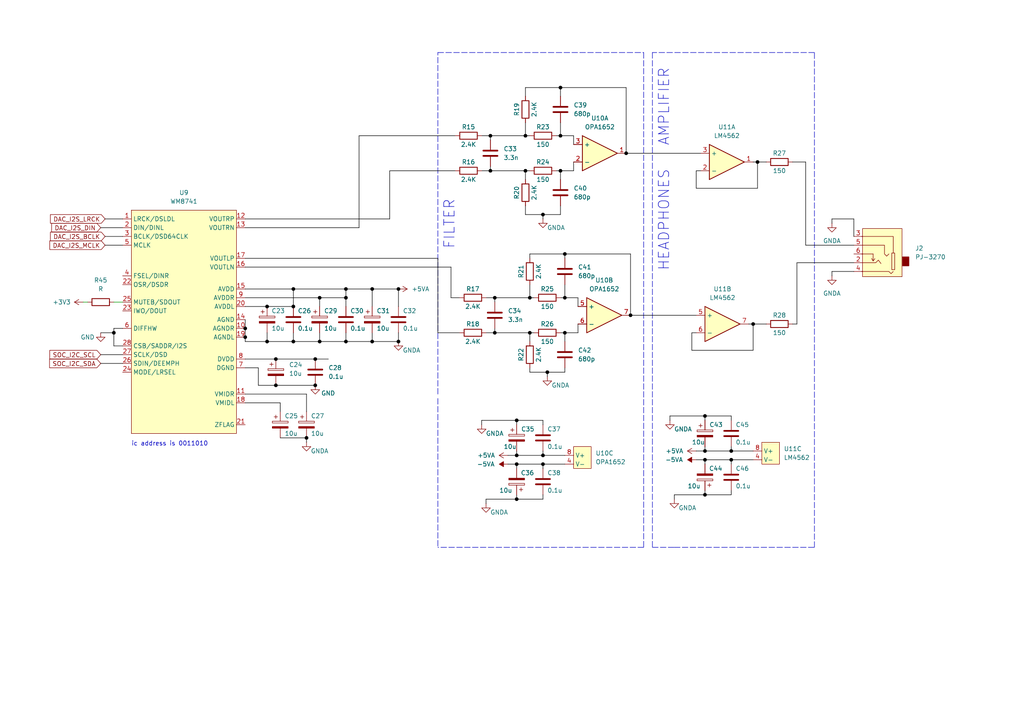
<source format=kicad_sch>
(kicad_sch (version 20211123) (generator eeschema)

  (uuid 5fa73b87-5d1d-40a4-9fcc-95e83f407b46)

  (paper "A4")

  (lib_symbols
    (symbol "LM4562_1" (in_bom yes) (on_board yes)
      (property "Reference" "U" (id 0) (at 0 8.89 0)
        (effects (font (size 1.27 1.27)))
      )
      (property "Value" "LM4562_1" (id 1) (at 0 -5.08 0)
        (effects (font (size 1.27 1.27)))
      )
      (property "Footprint" "rlib_ic:SOIC-8_3.9x4.9mm_P1.27mm" (id 2) (at 0 -7.62 0)
        (effects (font (size 1.27 1.27)) hide)
      )
      (property "Datasheet" "${RLIB}/ic/datasheets/LM4562.pdf" (id 3) (at 1.27 12.7 0)
        (effects (font (size 1.27 1.27)) hide)
      )
      (property "Manufacturer" "" (id 4) (at 0 0 0)
        (effects (font (size 1.27 1.27)))
      )
      (property "Mnfct. partnumber" "" (id 5) (at 0 0 0)
        (effects (font (size 1.27 1.27)))
      )
      (property "LSCS partnumber" "" (id 6) (at 0 0 0)
        (effects (font (size 1.27 1.27)))
      )
      (property "ki_locked" "" (id 7) (at 0 0 0)
        (effects (font (size 1.27 1.27)))
      )
      (symbol "LM4562_1_1_1"
        (polyline
          (pts
            (xy -3.81 7.62)
            (xy 6.35 2.54)
            (xy -3.81 -2.54)
            (xy -3.81 7.62)
          )
          (stroke (width 0.254) (type default) (color 0 0 0 0))
          (fill (type background))
        )
        (pin output line (at 8.89 2.54 180) (length 2.54)
          (name "~" (effects (font (size 1.27 1.27))))
          (number "1" (effects (font (size 1.27 1.27))))
        )
        (pin input line (at -6.35 0 0) (length 2.54)
          (name "-" (effects (font (size 1.27 1.27))))
          (number "2" (effects (font (size 1.27 1.27))))
        )
        (pin input line (at -6.35 5.08 0) (length 2.54)
          (name "+" (effects (font (size 1.27 1.27))))
          (number "3" (effects (font (size 1.27 1.27))))
        )
      )
      (symbol "LM4562_1_2_1"
        (polyline
          (pts
            (xy -3.81 7.62)
            (xy 6.35 2.54)
            (xy -3.81 -2.54)
            (xy -3.81 7.62)
          )
          (stroke (width 0.254) (type default) (color 0 0 0 0))
          (fill (type background))
        )
        (pin input line (at -6.35 5.08 0) (length 2.54)
          (name "+" (effects (font (size 1.27 1.27))))
          (number "5" (effects (font (size 1.27 1.27))))
        )
        (pin input line (at -6.35 0 0) (length 2.54)
          (name "-" (effects (font (size 1.27 1.27))))
          (number "6" (effects (font (size 1.27 1.27))))
        )
        (pin output line (at 8.89 2.54 180) (length 2.54)
          (name "~" (effects (font (size 1.27 1.27))))
          (number "7" (effects (font (size 1.27 1.27))))
        )
      )
      (symbol "LM4562_1_3_1"
        (rectangle (start -2.54 2.54) (end 2.54 -3.81)
          (stroke (width 0) (type default) (color 0 0 0 0))
          (fill (type background))
        )
        (pin power_in line (at -5.08 -2.54 0) (length 2.54)
          (name "V-" (effects (font (size 1.27 1.27))))
          (number "4" (effects (font (size 1.27 1.27))))
        )
        (pin power_in line (at -5.08 0 0) (length 2.54)
          (name "V+" (effects (font (size 1.27 1.27))))
          (number "8" (effects (font (size 1.27 1.27))))
        )
      )
    )
    (symbol "power:+3V3" (power) (pin_names (offset 0)) (in_bom yes) (on_board yes)
      (property "Reference" "#PWR" (id 0) (at 0 -3.81 0)
        (effects (font (size 1.27 1.27)) hide)
      )
      (property "Value" "+3V3" (id 1) (at 0 3.556 0)
        (effects (font (size 1.27 1.27)))
      )
      (property "Footprint" "" (id 2) (at 0 0 0)
        (effects (font (size 1.27 1.27)) hide)
      )
      (property "Datasheet" "" (id 3) (at 0 0 0)
        (effects (font (size 1.27 1.27)) hide)
      )
      (property "ki_keywords" "power-flag" (id 4) (at 0 0 0)
        (effects (font (size 1.27 1.27)) hide)
      )
      (property "ki_description" "Power symbol creates a global label with name \"+3V3\"" (id 5) (at 0 0 0)
        (effects (font (size 1.27 1.27)) hide)
      )
      (symbol "+3V3_0_1"
        (polyline
          (pts
            (xy -0.762 1.27)
            (xy 0 2.54)
          )
          (stroke (width 0) (type default) (color 0 0 0 0))
          (fill (type none))
        )
        (polyline
          (pts
            (xy 0 0)
            (xy 0 2.54)
          )
          (stroke (width 0) (type default) (color 0 0 0 0))
          (fill (type none))
        )
        (polyline
          (pts
            (xy 0 2.54)
            (xy 0.762 1.27)
          )
          (stroke (width 0) (type default) (color 0 0 0 0))
          (fill (type none))
        )
      )
      (symbol "+3V3_1_1"
        (pin power_in line (at 0 0 90) (length 0) hide
          (name "+3V3" (effects (font (size 1.27 1.27))))
          (number "1" (effects (font (size 1.27 1.27))))
        )
      )
    )
    (symbol "power:+5VA" (power) (pin_names (offset 0)) (in_bom yes) (on_board yes)
      (property "Reference" "#PWR" (id 0) (at 0 -3.81 0)
        (effects (font (size 1.27 1.27)) hide)
      )
      (property "Value" "+5VA" (id 1) (at 0 3.556 0)
        (effects (font (size 1.27 1.27)))
      )
      (property "Footprint" "" (id 2) (at 0 0 0)
        (effects (font (size 1.27 1.27)) hide)
      )
      (property "Datasheet" "" (id 3) (at 0 0 0)
        (effects (font (size 1.27 1.27)) hide)
      )
      (property "ki_keywords" "power-flag" (id 4) (at 0 0 0)
        (effects (font (size 1.27 1.27)) hide)
      )
      (property "ki_description" "Power symbol creates a global label with name \"+5VA\"" (id 5) (at 0 0 0)
        (effects (font (size 1.27 1.27)) hide)
      )
      (symbol "+5VA_0_1"
        (polyline
          (pts
            (xy -0.762 1.27)
            (xy 0 2.54)
          )
          (stroke (width 0) (type default) (color 0 0 0 0))
          (fill (type none))
        )
        (polyline
          (pts
            (xy 0 0)
            (xy 0 2.54)
          )
          (stroke (width 0) (type default) (color 0 0 0 0))
          (fill (type none))
        )
        (polyline
          (pts
            (xy 0 2.54)
            (xy 0.762 1.27)
          )
          (stroke (width 0) (type default) (color 0 0 0 0))
          (fill (type none))
        )
      )
      (symbol "+5VA_1_1"
        (pin power_in line (at 0 0 90) (length 0) hide
          (name "+5VA" (effects (font (size 1.27 1.27))))
          (number "1" (effects (font (size 1.27 1.27))))
        )
      )
    )
    (symbol "power:-5VA" (power) (pin_names (offset 0)) (in_bom yes) (on_board yes)
      (property "Reference" "#PWR" (id 0) (at 0 2.54 0)
        (effects (font (size 1.27 1.27)) hide)
      )
      (property "Value" "-5VA" (id 1) (at 0 3.81 0)
        (effects (font (size 1.27 1.27)))
      )
      (property "Footprint" "" (id 2) (at 0 0 0)
        (effects (font (size 1.27 1.27)) hide)
      )
      (property "Datasheet" "" (id 3) (at 0 0 0)
        (effects (font (size 1.27 1.27)) hide)
      )
      (property "ki_keywords" "power-flag" (id 4) (at 0 0 0)
        (effects (font (size 1.27 1.27)) hide)
      )
      (property "ki_description" "Power symbol creates a global label with name \"-5VA\"" (id 5) (at 0 0 0)
        (effects (font (size 1.27 1.27)) hide)
      )
      (symbol "-5VA_0_0"
        (pin power_in line (at 0 0 90) (length 0) hide
          (name "-5VA" (effects (font (size 1.27 1.27))))
          (number "1" (effects (font (size 1.27 1.27))))
        )
      )
      (symbol "-5VA_0_1"
        (polyline
          (pts
            (xy 0 0)
            (xy 0 1.27)
            (xy 0.762 1.27)
            (xy 0 2.54)
            (xy -0.762 1.27)
            (xy 0 1.27)
          )
          (stroke (width 0) (type default) (color 0 0 0 0))
          (fill (type outline))
        )
      )
    )
    (symbol "power:GND" (power) (pin_names (offset 0)) (in_bom yes) (on_board yes)
      (property "Reference" "#PWR" (id 0) (at 0 -6.35 0)
        (effects (font (size 1.27 1.27)) hide)
      )
      (property "Value" "GND" (id 1) (at 0 -3.81 0)
        (effects (font (size 1.27 1.27)))
      )
      (property "Footprint" "" (id 2) (at 0 0 0)
        (effects (font (size 1.27 1.27)) hide)
      )
      (property "Datasheet" "" (id 3) (at 0 0 0)
        (effects (font (size 1.27 1.27)) hide)
      )
      (property "ki_keywords" "power-flag" (id 4) (at 0 0 0)
        (effects (font (size 1.27 1.27)) hide)
      )
      (property "ki_description" "Power symbol creates a global label with name \"GND\" , ground" (id 5) (at 0 0 0)
        (effects (font (size 1.27 1.27)) hide)
      )
      (symbol "GND_0_1"
        (polyline
          (pts
            (xy 0 0)
            (xy 0 -1.27)
            (xy 1.27 -1.27)
            (xy 0 -2.54)
            (xy -1.27 -1.27)
            (xy 0 -1.27)
          )
          (stroke (width 0) (type default) (color 0 0 0 0))
          (fill (type none))
        )
      )
      (symbol "GND_1_1"
        (pin power_in line (at 0 0 270) (length 0) hide
          (name "GND" (effects (font (size 1.27 1.27))))
          (number "1" (effects (font (size 1.27 1.27))))
        )
      )
    )
    (symbol "power:GNDA" (power) (pin_names (offset 0)) (in_bom yes) (on_board yes)
      (property "Reference" "#PWR" (id 0) (at 0 -6.35 0)
        (effects (font (size 1.27 1.27)) hide)
      )
      (property "Value" "GNDA" (id 1) (at 0 -3.81 0)
        (effects (font (size 1.27 1.27)))
      )
      (property "Footprint" "" (id 2) (at 0 0 0)
        (effects (font (size 1.27 1.27)) hide)
      )
      (property "Datasheet" "" (id 3) (at 0 0 0)
        (effects (font (size 1.27 1.27)) hide)
      )
      (property "ki_keywords" "power-flag" (id 4) (at 0 0 0)
        (effects (font (size 1.27 1.27)) hide)
      )
      (property "ki_description" "Power symbol creates a global label with name \"GNDA\" , analog ground" (id 5) (at 0 0 0)
        (effects (font (size 1.27 1.27)) hide)
      )
      (symbol "GNDA_0_1"
        (polyline
          (pts
            (xy 0 0)
            (xy 0 -1.27)
            (xy 1.27 -1.27)
            (xy 0 -2.54)
            (xy -1.27 -1.27)
            (xy 0 -1.27)
          )
          (stroke (width 0) (type default) (color 0 0 0 0))
          (fill (type none))
        )
      )
      (symbol "GNDA_1_1"
        (pin power_in line (at 0 0 270) (length 0) hide
          (name "GNDA" (effects (font (size 1.27 1.27))))
          (number "1" (effects (font (size 1.27 1.27))))
        )
      )
    )
    (symbol "rlib_connectors:PJ-3270" (pin_names hide) (in_bom yes) (on_board yes)
      (property "Reference" "J" (id 0) (at -0.0343 9.1452 0)
        (effects (font (size 1.27 1.27)))
      )
      (property "Value" "PJ-3270" (id 1) (at 0.254 -8.636 0)
        (effects (font (size 1.27 1.27)))
      )
      (property "Footprint" "rlib_connectors:PJ-3270" (id 2) (at -1.27 11.43 0)
        (effects (font (size 1.27 1.27)) hide)
      )
      (property "Datasheet" "" (id 3) (at -3.302 9.398 0)
        (effects (font (size 1.27 1.27)) hide)
      )
      (property "ki_fp_filters" "Jack*" (id 4) (at 0 0 0)
        (effects (font (size 1.27 1.27)) hide)
      )
      (symbol "PJ-3270_0_1"
        (rectangle (start -8.3157 -0.8772) (end -6.5377 -3.4172)
          (stroke (width 0.254) (type default) (color 0 0 0 0))
          (fill (type outline))
        )
        (rectangle (start -6.35 7.366) (end 5.08 -6.604)
          (stroke (width 0) (type default) (color 0 0 0 0))
          (fill (type background))
        )
        (rectangle (start -4.2354 0.2691) (end -3.3866 -4.551)
          (stroke (width 0) (type default) (color 0 0 0 0))
          (fill (type none))
        )
        (polyline
          (pts
            (xy 2.0238 -2.0261)
            (xy 1.5134 -1.3456)
          )
          (stroke (width 0) (type default) (color 0 0 0 0))
          (fill (type none))
        )
        (polyline
          (pts
            (xy 2.032 -2.032)
            (xy 2.4775 -1.3078)
          )
          (stroke (width 0) (type default) (color 0 0 0 0))
          (fill (type none))
        )
        (polyline
          (pts
            (xy 2.032 0)
            (xy 2.032 -2.032)
          )
          (stroke (width 0) (type default) (color 0 0 0 0))
          (fill (type none))
        )
        (polyline
          (pts
            (xy -3.81 -5.08)
            (xy -3.175 -5.715)
            (xy -2.54 -5.08)
            (xy 5.334 -5.08)
          )
          (stroke (width 0) (type default) (color 0 0 0 0))
          (fill (type none))
        )
        (polyline
          (pts
            (xy -2.54 0)
            (xy -1.905 -0.635)
            (xy -1.27 0)
            (xy -1.27 2.54)
            (xy 5.08 2.54)
          )
          (stroke (width 0) (type default) (color 0 0 0 0))
          (fill (type none))
        )
        (polyline
          (pts
            (xy -0.254 -2.794)
            (xy -0.254 -2.794)
            (xy 0.508 -1.778)
            (xy 1.27 -2.54)
            (xy 5.207 -2.54)
          )
          (stroke (width 0) (type default) (color 0 0 0 0))
          (fill (type none))
        )
        (polyline
          (pts
            (xy 5.334 0)
            (xy 2.54 0)
            (xy 2.032 0)
            (xy 2.032 0)
            (xy 2.032 0)
          )
          (stroke (width 0) (type default) (color 0 0 0 0))
          (fill (type none))
        )
        (polyline
          (pts
            (xy 5.334 5.08)
            (xy -3.81 5.08)
            (xy -3.81 3.302)
            (xy -3.81 3.302)
            (xy -3.8099 0.3071)
          )
          (stroke (width 0) (type default) (color 0 0 0 0))
          (fill (type none))
        )
      )
      (symbol "PJ-3270_1_1"
        (pin passive line (at 7.62 -2.54 180) (length 2.54)
          (name "2" (effects (font (size 1.27 1.27))))
          (number "2" (effects (font (size 1.27 1.27))))
        )
        (pin passive line (at 7.62 5.08 180) (length 2.54)
          (name "3" (effects (font (size 1.27 1.27))))
          (number "3" (effects (font (size 1.27 1.27))))
        )
        (pin passive line (at 7.62 -5.08 180) (length 2.54)
          (name "4" (effects (font (size 1.27 1.27))))
          (number "4" (effects (font (size 1.27 1.27))))
        )
        (pin passive line (at 7.62 2.54 180) (length 2.54)
          (name "5" (effects (font (size 1.27 1.27))))
          (number "5" (effects (font (size 1.27 1.27))))
        )
        (pin passive line (at 7.62 0 180) (length 2.54)
          (name "6" (effects (font (size 1.27 1.27))))
          (number "6" (effects (font (size 1.27 1.27))))
        )
      )
    )
    (symbol "rlib_ic:LM4562" (in_bom yes) (on_board yes)
      (property "Reference" "U" (id 0) (at 0 8.89 0)
        (effects (font (size 1.27 1.27)))
      )
      (property "Value" "LM4562" (id 1) (at 0 -5.08 0)
        (effects (font (size 1.27 1.27)))
      )
      (property "Footprint" "rlib_ic:SOIC-8_3.9x4.9mm_P1.27mm" (id 2) (at 0 -7.62 0)
        (effects (font (size 1.27 1.27)) hide)
      )
      (property "Datasheet" "${RLIB}/ic/datasheets/LM4562.pdf" (id 3) (at 1.27 12.7 0)
        (effects (font (size 1.27 1.27)) hide)
      )
      (property "Manufacturer" "" (id 4) (at 0 0 0)
        (effects (font (size 1.27 1.27)))
      )
      (property "Mnfct. partnumber" "" (id 5) (at 0 0 0)
        (effects (font (size 1.27 1.27)))
      )
      (property "LSCS partnumber" "" (id 6) (at 0 0 0)
        (effects (font (size 1.27 1.27)))
      )
      (property "ki_locked" "" (id 7) (at 0 0 0)
        (effects (font (size 1.27 1.27)))
      )
      (symbol "LM4562_1_1"
        (polyline
          (pts
            (xy -3.81 7.62)
            (xy 6.35 2.54)
            (xy -3.81 -2.54)
            (xy -3.81 7.62)
          )
          (stroke (width 0.254) (type default) (color 0 0 0 0))
          (fill (type background))
        )
        (pin output line (at 8.89 2.54 180) (length 2.54)
          (name "~" (effects (font (size 1.27 1.27))))
          (number "1" (effects (font (size 1.27 1.27))))
        )
        (pin input line (at -6.35 0 0) (length 2.54)
          (name "-" (effects (font (size 1.27 1.27))))
          (number "2" (effects (font (size 1.27 1.27))))
        )
        (pin input line (at -6.35 5.08 0) (length 2.54)
          (name "+" (effects (font (size 1.27 1.27))))
          (number "3" (effects (font (size 1.27 1.27))))
        )
      )
      (symbol "LM4562_2_1"
        (polyline
          (pts
            (xy -3.81 7.62)
            (xy 6.35 2.54)
            (xy -3.81 -2.54)
            (xy -3.81 7.62)
          )
          (stroke (width 0.254) (type default) (color 0 0 0 0))
          (fill (type background))
        )
        (pin input line (at -6.35 5.08 0) (length 2.54)
          (name "+" (effects (font (size 1.27 1.27))))
          (number "5" (effects (font (size 1.27 1.27))))
        )
        (pin input line (at -6.35 0 0) (length 2.54)
          (name "-" (effects (font (size 1.27 1.27))))
          (number "6" (effects (font (size 1.27 1.27))))
        )
        (pin output line (at 8.89 2.54 180) (length 2.54)
          (name "~" (effects (font (size 1.27 1.27))))
          (number "7" (effects (font (size 1.27 1.27))))
        )
      )
      (symbol "LM4562_3_1"
        (rectangle (start -2.54 2.54) (end 2.54 -3.81)
          (stroke (width 0) (type default) (color 0 0 0 0))
          (fill (type background))
        )
        (pin power_in line (at -5.08 -2.54 0) (length 2.54)
          (name "V-" (effects (font (size 1.27 1.27))))
          (number "4" (effects (font (size 1.27 1.27))))
        )
        (pin power_in line (at -5.08 0 0) (length 2.54)
          (name "V+" (effects (font (size 1.27 1.27))))
          (number "8" (effects (font (size 1.27 1.27))))
        )
      )
    )
    (symbol "rlib_ic:OPA1652" (in_bom yes) (on_board yes)
      (property "Reference" "U" (id 0) (at 0 8.89 0)
        (effects (font (size 1.27 1.27)))
      )
      (property "Value" "OPA1652" (id 1) (at 0 -5.08 0)
        (effects (font (size 1.27 1.27)))
      )
      (property "Footprint" "rlib_ic:SOIC-8_3.9x4.9mm_P1.27mm" (id 2) (at 0 -7.62 0)
        (effects (font (size 1.27 1.27)) hide)
      )
      (property "Datasheet" "${RLIB}/ic/datasheets/OPA1652.pdf" (id 3) (at 1.27 12.7 0)
        (effects (font (size 1.27 1.27)) hide)
      )
      (property "Manufacturer" "" (id 4) (at 0 0 0)
        (effects (font (size 1.27 1.27)))
      )
      (property "Mnfct. partnumber" "" (id 5) (at 0 0 0)
        (effects (font (size 1.27 1.27)))
      )
      (property "LCSC partnumber" "" (id 6) (at 0 0 0)
        (effects (font (size 1.27 1.27)))
      )
      (property "ki_locked" "" (id 7) (at 0 0 0)
        (effects (font (size 1.27 1.27)))
      )
      (symbol "OPA1652_1_1"
        (polyline
          (pts
            (xy -3.81 7.62)
            (xy 6.35 2.54)
            (xy -3.81 -2.54)
            (xy -3.81 7.62)
          )
          (stroke (width 0.254) (type default) (color 0 0 0 0))
          (fill (type background))
        )
        (pin output line (at 8.89 2.54 180) (length 2.54)
          (name "~" (effects (font (size 1.27 1.27))))
          (number "1" (effects (font (size 1.27 1.27))))
        )
        (pin input line (at -6.35 0 0) (length 2.54)
          (name "-" (effects (font (size 1.27 1.27))))
          (number "2" (effects (font (size 1.27 1.27))))
        )
        (pin input line (at -6.35 5.08 0) (length 2.54)
          (name "+" (effects (font (size 1.27 1.27))))
          (number "3" (effects (font (size 1.27 1.27))))
        )
      )
      (symbol "OPA1652_2_1"
        (polyline
          (pts
            (xy -3.81 7.62)
            (xy 6.35 2.54)
            (xy -3.81 -2.54)
            (xy -3.81 7.62)
          )
          (stroke (width 0.254) (type default) (color 0 0 0 0))
          (fill (type background))
        )
        (pin input line (at -6.35 5.08 0) (length 2.54)
          (name "+" (effects (font (size 1.27 1.27))))
          (number "5" (effects (font (size 1.27 1.27))))
        )
        (pin input line (at -6.35 0 0) (length 2.54)
          (name "-" (effects (font (size 1.27 1.27))))
          (number "6" (effects (font (size 1.27 1.27))))
        )
        (pin output line (at 8.89 2.54 180) (length 2.54)
          (name "~" (effects (font (size 1.27 1.27))))
          (number "7" (effects (font (size 1.27 1.27))))
        )
      )
      (symbol "OPA1652_3_1"
        (rectangle (start -2.54 2.54) (end 2.54 -3.81)
          (stroke (width 0) (type default) (color 0 0 0 0))
          (fill (type background))
        )
        (pin power_in line (at -5.08 -2.54 0) (length 2.54)
          (name "V-" (effects (font (size 1.27 1.27))))
          (number "4" (effects (font (size 1.27 1.27))))
        )
        (pin power_in line (at -5.08 0 0) (length 2.54)
          (name "V+" (effects (font (size 1.27 1.27))))
          (number "8" (effects (font (size 1.27 1.27))))
        )
      )
    )
    (symbol "rlib_ic:WM8741" (in_bom yes) (on_board yes)
      (property "Reference" "U" (id 0) (at 0 17.78 0)
        (effects (font (size 1.27 1.27)))
      )
      (property "Value" "WM8741" (id 1) (at 0 -49.53 0)
        (effects (font (size 1.27 1.27)))
      )
      (property "Footprint" "rlib_ic:SSOP-28_5.3x10.2mm_P0.65mm" (id 2) (at 0 -52.07 0)
        (effects (font (size 1.27 1.27)) hide)
      )
      (property "Datasheet" "${RLIB}/ic/datasheets/WM8741.pdf" (id 3) (at 0 21.59 0)
        (effects (font (size 1.27 1.27)) hide)
      )
      (property "Manufacturer" "" (id 4) (at 0 0 0)
        (effects (font (size 1.27 1.27)))
      )
      (property "Mnfct. partnumber" "" (id 5) (at 0 0 0)
        (effects (font (size 1.27 1.27)))
      )
      (property "LCSC partnumber" "" (id 6) (at 0 0 0)
        (effects (font (size 1.27 1.27)))
      )
      (symbol "WM8741_0_0"
        (pin input line (at -17.78 13.97 0) (length 2.54)
          (name "LRCK/DSLDL" (effects (font (size 1.27 1.27))))
          (number "1" (effects (font (size 1.27 1.27))))
        )
        (pin power_in line (at 17.78 -17.78 180) (length 2.54)
          (name "AGNDR" (effects (font (size 1.27 1.27))))
          (number "10" (effects (font (size 1.27 1.27))))
        )
        (pin output line (at 17.78 -36.83 180) (length 2.54)
          (name "VMIDR" (effects (font (size 1.27 1.27))))
          (number "11" (effects (font (size 1.27 1.27))))
        )
        (pin output line (at 17.78 13.97 180) (length 2.54)
          (name "VOUTRP" (effects (font (size 1.27 1.27))))
          (number "12" (effects (font (size 1.27 1.27))))
        )
        (pin output line (at 17.78 11.43 180) (length 2.54)
          (name "VOUTRN" (effects (font (size 1.27 1.27))))
          (number "13" (effects (font (size 1.27 1.27))))
        )
        (pin power_in line (at 17.78 -15.24 180) (length 2.54)
          (name "AGND" (effects (font (size 1.27 1.27))))
          (number "14" (effects (font (size 1.27 1.27))))
        )
        (pin power_in line (at 17.78 -6.35 180) (length 2.54)
          (name "AVDD" (effects (font (size 1.27 1.27))))
          (number "15" (effects (font (size 1.27 1.27))))
        )
        (pin output line (at 17.78 0 180) (length 2.54)
          (name "VOUTLN" (effects (font (size 1.27 1.27))))
          (number "16" (effects (font (size 1.27 1.27))))
        )
        (pin output line (at 17.78 2.54 180) (length 2.54)
          (name "VOUTLP" (effects (font (size 1.27 1.27))))
          (number "17" (effects (font (size 1.27 1.27))))
        )
        (pin output line (at 17.78 -39.37 180) (length 2.54)
          (name "VMIDL" (effects (font (size 1.27 1.27))))
          (number "18" (effects (font (size 1.27 1.27))))
        )
        (pin power_in line (at 17.78 -20.32 180) (length 2.54)
          (name "AGNDL" (effects (font (size 1.27 1.27))))
          (number "19" (effects (font (size 1.27 1.27))))
        )
        (pin input line (at -17.78 11.43 0) (length 2.54)
          (name "DIN/DINL" (effects (font (size 1.27 1.27))))
          (number "2" (effects (font (size 1.27 1.27))))
        )
        (pin power_in line (at 17.78 -11.43 180) (length 2.54)
          (name "AVDDL" (effects (font (size 1.27 1.27))))
          (number "20" (effects (font (size 1.27 1.27))))
        )
        (pin output line (at 17.78 -45.72 180) (length 2.54)
          (name "ZFLAG" (effects (font (size 1.27 1.27))))
          (number "21" (effects (font (size 1.27 1.27))))
        )
        (pin input line (at -17.78 -5.08 0) (length 2.54)
          (name "OSR/DSDR" (effects (font (size 1.27 1.27))))
          (number "22" (effects (font (size 1.27 1.27))))
        )
        (pin bidirectional line (at -17.78 -12.7 0) (length 2.54)
          (name "IWO/DOUT" (effects (font (size 1.27 1.27))))
          (number "23" (effects (font (size 1.27 1.27))))
        )
        (pin input line (at -17.78 -30.48 0) (length 2.54)
          (name "MODE/LRSEL" (effects (font (size 1.27 1.27))))
          (number "24" (effects (font (size 1.27 1.27))))
        )
        (pin bidirectional line (at -17.78 -10.16 0) (length 2.54)
          (name "MUTEB/SDOUT" (effects (font (size 1.27 1.27))))
          (number "25" (effects (font (size 1.27 1.27))))
        )
        (pin input line (at -17.78 -27.94 0) (length 2.54)
          (name "SDIN/DEEMPH" (effects (font (size 1.27 1.27))))
          (number "26" (effects (font (size 1.27 1.27))))
        )
        (pin input line (at -17.78 -25.4 0) (length 2.54)
          (name "SCLK/DSD" (effects (font (size 1.27 1.27))))
          (number "27" (effects (font (size 1.27 1.27))))
        )
        (pin input line (at -17.78 -22.86 0) (length 2.54)
          (name "CSB/SADDR/I2S" (effects (font (size 1.27 1.27))))
          (number "28" (effects (font (size 1.27 1.27))))
        )
        (pin input line (at -17.78 8.89 0) (length 2.54)
          (name "BCLK/DSD64CLK" (effects (font (size 1.27 1.27))))
          (number "3" (effects (font (size 1.27 1.27))))
        )
        (pin input line (at -17.78 -2.54 0) (length 2.54)
          (name "FSEL/DINR" (effects (font (size 1.27 1.27))))
          (number "4" (effects (font (size 1.27 1.27))))
        )
        (pin input line (at -17.78 6.35 0) (length 2.54)
          (name "MCLK" (effects (font (size 1.27 1.27))))
          (number "5" (effects (font (size 1.27 1.27))))
        )
        (pin input line (at -17.78 -17.78 0) (length 2.54)
          (name "DIFFHW" (effects (font (size 1.27 1.27))))
          (number "6" (effects (font (size 1.27 1.27))))
        )
        (pin power_in line (at 17.78 -29.21 180) (length 2.54)
          (name "DGND" (effects (font (size 1.27 1.27))))
          (number "7" (effects (font (size 1.27 1.27))))
        )
        (pin power_in line (at 17.78 -26.67 180) (length 2.54)
          (name "DVDD" (effects (font (size 1.27 1.27))))
          (number "8" (effects (font (size 1.27 1.27))))
        )
        (pin power_in line (at 17.78 -8.89 180) (length 2.54)
          (name "AVDDR" (effects (font (size 1.27 1.27))))
          (number "9" (effects (font (size 1.27 1.27))))
        )
      )
      (symbol "WM8741_0_1"
        (rectangle (start -15.24 16.51) (end 15.24 -48.26)
          (stroke (width 0) (type default) (color 0 0 0 0))
          (fill (type background))
        )
      )
    )
    (symbol "rlib_passive:C" (pin_numbers hide) (pin_names (offset 0.254)) (in_bom yes) (on_board yes)
      (property "Reference" "C" (id 0) (at 0.635 2.54 0)
        (effects (font (size 1.27 1.27)) (justify left))
      )
      (property "Value" "C" (id 1) (at 0.635 -2.54 0)
        (effects (font (size 1.27 1.27)) (justify left))
      )
      (property "Footprint" "" (id 2) (at 0.9652 -3.81 0)
        (effects (font (size 1.27 1.27)) hide)
      )
      (property "Datasheet" "~" (id 3) (at 0 0 0)
        (effects (font (size 1.27 1.27)) hide)
      )
      (property "Voltage" "" (id 4) (at 0 0 0)
        (effects (font (size 1.27 1.27)))
      )
      (property "LSCS Partnumber" "" (id 5) (at 0 0 0)
        (effects (font (size 1.27 1.27)))
      )
      (property "Tolerance" "" (id 6) (at 0 0 0)
        (effects (font (size 1.27 1.27)))
      )
      (property "Manufacturer" "" (id 7) (at 0 0 0)
        (effects (font (size 1.27 1.27)))
      )
      (property "ki_keywords" "cap capacitor" (id 8) (at 0 0 0)
        (effects (font (size 1.27 1.27)) hide)
      )
      (property "ki_description" "Unpolarized capacitor" (id 9) (at 0 0 0)
        (effects (font (size 1.27 1.27)) hide)
      )
      (property "ki_fp_filters" "C_*" (id 10) (at 0 0 0)
        (effects (font (size 1.27 1.27)) hide)
      )
      (symbol "C_0_1"
        (polyline
          (pts
            (xy -2.032 -0.762)
            (xy 2.032 -0.762)
          )
          (stroke (width 0.508) (type default) (color 0 0 0 0))
          (fill (type none))
        )
        (polyline
          (pts
            (xy -2.032 0.762)
            (xy 2.032 0.762)
          )
          (stroke (width 0.508) (type default) (color 0 0 0 0))
          (fill (type none))
        )
      )
      (symbol "C_1_1"
        (pin passive line (at 0 3.81 270) (length 2.794)
          (name "~" (effects (font (size 1.27 1.27))))
          (number "1" (effects (font (size 1.27 1.27))))
        )
        (pin passive line (at 0 -3.81 90) (length 2.794)
          (name "~" (effects (font (size 1.27 1.27))))
          (number "2" (effects (font (size 1.27 1.27))))
        )
      )
    )
    (symbol "rlib_passive:C_Pol" (pin_numbers hide) (pin_names (offset 0.254)) (in_bom yes) (on_board yes)
      (property "Reference" "C" (id 0) (at 0.635 2.54 0)
        (effects (font (size 1.27 1.27)) (justify left))
      )
      (property "Value" "C_Pol" (id 1) (at 0.635 -2.54 0)
        (effects (font (size 1.27 1.27)) (justify left))
      )
      (property "Footprint" "" (id 2) (at 0.9652 -3.81 0)
        (effects (font (size 1.27 1.27)) hide)
      )
      (property "Datasheet" "~" (id 3) (at 0 0 0)
        (effects (font (size 1.27 1.27)) hide)
      )
      (property "LCSC Partnumber" "" (id 4) (at 0 0 0)
        (effects (font (size 1.27 1.27)))
      )
      (property "Tolerance" "" (id 5) (at 0 0 0)
        (effects (font (size 1.27 1.27)))
      )
      (property "Manufacturer" "" (id 6) (at 0 0 0)
        (effects (font (size 1.27 1.27)))
      )
      (property "ki_keywords" "cap capacitor" (id 7) (at 0 0 0)
        (effects (font (size 1.27 1.27)) hide)
      )
      (property "ki_description" "Polarized capacitor" (id 8) (at 0 0 0)
        (effects (font (size 1.27 1.27)) hide)
      )
      (property "ki_fp_filters" "CP_*" (id 9) (at 0 0 0)
        (effects (font (size 1.27 1.27)) hide)
      )
      (symbol "C_Pol_0_1"
        (rectangle (start -2.286 0.508) (end 2.286 1.016)
          (stroke (width 0) (type default) (color 0 0 0 0))
          (fill (type none))
        )
        (polyline
          (pts
            (xy -1.778 2.286)
            (xy -0.762 2.286)
          )
          (stroke (width 0) (type default) (color 0 0 0 0))
          (fill (type none))
        )
        (polyline
          (pts
            (xy -1.27 2.794)
            (xy -1.27 1.778)
          )
          (stroke (width 0) (type default) (color 0 0 0 0))
          (fill (type none))
        )
        (rectangle (start 2.286 -0.508) (end -2.286 -1.016)
          (stroke (width 0) (type default) (color 0 0 0 0))
          (fill (type outline))
        )
      )
      (symbol "C_Pol_1_1"
        (pin passive line (at 0 3.81 270) (length 2.794)
          (name "~" (effects (font (size 1.27 1.27))))
          (number "1" (effects (font (size 1.27 1.27))))
        )
        (pin passive line (at 0 -3.81 90) (length 2.794)
          (name "~" (effects (font (size 1.27 1.27))))
          (number "2" (effects (font (size 1.27 1.27))))
        )
      )
    )
    (symbol "rlib_passive:R" (pin_numbers hide) (pin_names (offset 0)) (in_bom yes) (on_board yes)
      (property "Reference" "R" (id 0) (at 2.032 0 90)
        (effects (font (size 1.27 1.27)))
      )
      (property "Value" "R" (id 1) (at 0 0 90)
        (effects (font (size 1.27 1.27)))
      )
      (property "Footprint" "" (id 2) (at -1.778 0 90)
        (effects (font (size 1.27 1.27)) hide)
      )
      (property "Datasheet" "~" (id 3) (at 0 0 0)
        (effects (font (size 1.27 1.27)) hide)
      )
      (property "Tolerance" "" (id 4) (at 0 0 0)
        (effects (font (size 1.27 1.27)))
      )
      (property "LSCS Partnumber" "" (id 5) (at 0 0 0)
        (effects (font (size 1.27 1.27)))
      )
      (property "Manufacturer" "" (id 6) (at 0 0 0)
        (effects (font (size 1.27 1.27)))
      )
      (property "ki_keywords" "R res resistor" (id 7) (at 0 0 0)
        (effects (font (size 1.27 1.27)) hide)
      )
      (property "ki_description" "Resistor" (id 8) (at 0 0 0)
        (effects (font (size 1.27 1.27)) hide)
      )
      (property "ki_fp_filters" "R_*" (id 9) (at 0 0 0)
        (effects (font (size 1.27 1.27)) hide)
      )
      (symbol "R_0_1"
        (rectangle (start -1.016 -2.54) (end 1.016 2.54)
          (stroke (width 0.254) (type default) (color 0 0 0 0))
          (fill (type none))
        )
      )
      (symbol "R_1_1"
        (pin passive line (at 0 3.81 270) (length 1.27)
          (name "~" (effects (font (size 1.27 1.27))))
          (number "1" (effects (font (size 1.27 1.27))))
        )
        (pin passive line (at 0 -3.81 90) (length 1.27)
          (name "~" (effects (font (size 1.27 1.27))))
          (number "2" (effects (font (size 1.27 1.27))))
        )
      )
    )
  )

  (junction (at 142.24 39.37) (diameter 0) (color 0 0 0 1)
    (uuid 099a03c2-31af-40e7-81e5-93bd64747ade)
  )
  (junction (at 152.4 39.37) (diameter 0) (color 0 0 0 1)
    (uuid 0e7c4943-e124-49e3-9847-1f5315b93391)
  )
  (junction (at 85.09 88.9) (diameter 0) (color 0 0 0 1)
    (uuid 12711190-4dab-41d4-9057-5f68a4bf8844)
  )
  (junction (at 80.01 111.76) (diameter 0) (color 0 0 0 1)
    (uuid 17a64cf4-b466-4a65-b36c-d052c47398f7)
  )
  (junction (at 149.86 121.92) (diameter 0) (color 0 0 0 1)
    (uuid 1952b93e-7c1f-4438-abe8-0ea35cfecda3)
  )
  (junction (at 163.83 96.52) (diameter 0) (color 0 0 0 1)
    (uuid 1c00700e-da52-4414-991d-e079ca6367e7)
  )
  (junction (at 163.83 86.36) (diameter 0) (color 0 0 0 1)
    (uuid 2a0aad20-5d2e-4f79-8142-96e3b0c93c48)
  )
  (junction (at 85.09 99.06) (diameter 0) (color 0 0 0 1)
    (uuid 3565a08d-748b-42e2-bf76-46b969dcd73a)
  )
  (junction (at 204.47 130.81) (diameter 0) (color 0 0 0 1)
    (uuid 3b5c55ae-c96a-4e93-871f-ed5654389226)
  )
  (junction (at 162.56 39.37) (diameter 0) (color 0 0 0 1)
    (uuid 3b797993-cefe-481e-9231-8b71e028c060)
  )
  (junction (at 182.88 91.44) (diameter 0) (color 0 0 0 1)
    (uuid 3cd0339c-ecb0-407d-b275-7bc2df8149ff)
  )
  (junction (at 77.47 88.9) (diameter 0) (color 0 0 0 1)
    (uuid 3e752b2b-8220-4438-9257-be7bbbc82029)
  )
  (junction (at 162.56 49.53) (diameter 0) (color 0 0 0 1)
    (uuid 406b0482-944e-4726-8971-a2dd3b8de340)
  )
  (junction (at 157.48 134.62) (diameter 0) (color 0 0 0 1)
    (uuid 43347251-356e-4bff-af41-5e091df00ac1)
  )
  (junction (at 115.57 99.06) (diameter 0) (color 0 0 0 1)
    (uuid 4c4cf5b9-6232-4446-afff-bc9e62573f2e)
  )
  (junction (at 91.44 104.14) (diameter 0) (color 0 0 0 1)
    (uuid 532bfe81-7499-4170-b2e7-bee73c422b62)
  )
  (junction (at 107.95 99.06) (diameter 0) (color 0 0 0 1)
    (uuid 550954db-6afe-4ea9-bd27-d786d655394c)
  )
  (junction (at 100.33 99.06) (diameter 0) (color 0 0 0 1)
    (uuid 586f03fd-1e0c-4ffc-b025-982b5f835bdf)
  )
  (junction (at 71.12 95.25) (diameter 0) (color 0 0 0 1)
    (uuid 5a73fdb8-00a8-4842-9f9a-6a556213c97f)
  )
  (junction (at 212.09 133.35) (diameter 0) (color 0 0 0 1)
    (uuid 60825720-ec18-4ada-b01e-1ad21b4eaed0)
  )
  (junction (at 143.51 96.52) (diameter 0) (color 0 0 0 1)
    (uuid 61d587b7-8194-4137-a223-3f617dba5e37)
  )
  (junction (at 92.71 99.06) (diameter 0) (color 0 0 0 1)
    (uuid 61e04bea-fa2c-461a-becb-05d1c1aa2339)
  )
  (junction (at 107.95 83.82) (diameter 0) (color 0 0 0 1)
    (uuid 6b7e4180-1069-4ebe-b41e-3402735c5702)
  )
  (junction (at 77.47 99.06) (diameter 0) (color 0 0 0 1)
    (uuid 6e63e93b-4458-4abf-8292-e28043e691fa)
  )
  (junction (at 157.48 62.23) (diameter 0) (color 0 0 0 1)
    (uuid 7231bc63-6b40-4cbb-b802-325961bdb7b2)
  )
  (junction (at 91.44 111.76) (diameter 0) (color 0 0 0 1)
    (uuid 72a7c8a6-c98c-4b3d-8672-d9cb089ee8e8)
  )
  (junction (at 181.61 44.45) (diameter 0) (color 0 0 0 1)
    (uuid 7424e364-b555-4746-8390-bbfeea49f34b)
  )
  (junction (at 162.56 25.4) (diameter 0) (color 0 0 0 1)
    (uuid 78abc9b9-d74e-41d7-a0b4-bea989b5c740)
  )
  (junction (at 142.24 49.53) (diameter 0) (color 0 0 0 1)
    (uuid 7be93c39-d843-4d8b-936e-db41f31e9e06)
  )
  (junction (at 71.12 97.79) (diameter 0) (color 0 0 0 1)
    (uuid 8d07f675-cdcb-4741-b88e-1ad0ade16fea)
  )
  (junction (at 33.02 96.52) (diameter 0) (color 0 0 0 1)
    (uuid 8f3a6a2f-68f7-49ca-b37f-59f9d1e053b7)
  )
  (junction (at 149.86 132.08) (diameter 0) (color 0 0 0 1)
    (uuid 92bc921d-e0c5-415c-90cd-59c057512a82)
  )
  (junction (at 149.86 144.78) (diameter 0) (color 0 0 0 1)
    (uuid 95a2a0c3-7aca-475b-8f17-c9d0615b2b25)
  )
  (junction (at 157.48 132.08) (diameter 0) (color 0 0 0 1)
    (uuid 99d5d3f3-1661-4424-9355-2df004660bf6)
  )
  (junction (at 212.09 130.81) (diameter 0) (color 0 0 0 1)
    (uuid 9c9562ab-fead-452c-9048-4711e5a30826)
  )
  (junction (at 219.71 46.99) (diameter 0) (color 0 0 0 1)
    (uuid 9f12a9a6-6d5c-4bf3-9928-cbe259b8d476)
  )
  (junction (at 88.9 127) (diameter 0) (color 0 0 0 1)
    (uuid a516bb86-c21c-4efa-92c4-c69069a4c8b5)
  )
  (junction (at 204.47 120.65) (diameter 0) (color 0 0 0 1)
    (uuid aa58c926-d664-466e-893f-738e766a588d)
  )
  (junction (at 152.4 49.53) (diameter 0) (color 0 0 0 1)
    (uuid b698a813-1088-48f7-b4db-e14aa62bb7e2)
  )
  (junction (at 80.01 104.14) (diameter 0) (color 0 0 0 1)
    (uuid b69cf49f-febd-4fce-b231-49f37cff6251)
  )
  (junction (at 100.33 83.82) (diameter 0) (color 0 0 0 1)
    (uuid bdc0d8ef-74d3-40aa-90ea-09291259094c)
  )
  (junction (at 218.44 93.98) (diameter 0) (color 0 0 0 1)
    (uuid c7808f3f-7cd6-437d-94a6-7d4617bde303)
  )
  (junction (at 100.33 86.36) (diameter 0) (color 0 0 0 1)
    (uuid d3b97d50-10c8-41cd-b0c2-6c156d0b66a3)
  )
  (junction (at 163.83 73.66) (diameter 0) (color 0 0 0 1)
    (uuid d4118196-bb18-4e98-8c74-17bbe9b61fd5)
  )
  (junction (at 115.57 83.82) (diameter 0) (color 0 0 0 1)
    (uuid d5657c79-94b1-42b6-9944-2968c33bd7dd)
  )
  (junction (at 204.47 133.35) (diameter 0) (color 0 0 0 1)
    (uuid ddc9fff0-b018-4162-ac91-caf520ab89cd)
  )
  (junction (at 149.86 134.62) (diameter 0) (color 0 0 0 1)
    (uuid deea6737-3360-42cb-ab51-5044a20186f5)
  )
  (junction (at 143.51 86.36) (diameter 0) (color 0 0 0 1)
    (uuid e0a36037-4a3e-4798-b43d-735ea7fc5736)
  )
  (junction (at 92.71 86.36) (diameter 0) (color 0 0 0 1)
    (uuid e2b0cb92-742f-4e26-9e7e-13f8850ed277)
  )
  (junction (at 153.67 86.36) (diameter 0) (color 0 0 0 1)
    (uuid e3190123-0c90-4ad7-91da-7d26c8d6edfb)
  )
  (junction (at 158.75 107.95) (diameter 0) (color 0 0 0 1)
    (uuid e54e6313-e8bf-41a4-8ba7-69412ec4ee3c)
  )
  (junction (at 153.67 96.52) (diameter 0) (color 0 0 0 1)
    (uuid ed4781b3-93cb-471a-bed0-f8710037054f)
  )
  (junction (at 204.47 143.51) (diameter 0) (color 0 0 0 1)
    (uuid f677c6eb-dd9f-428b-81b1-cd6f5592b6a6)
  )
  (junction (at 85.09 83.82) (diameter 0) (color 0 0 0 1)
    (uuid fbe036d5-82a1-461e-9dfd-2339d2af524b)
  )

  (wire (pts (xy 107.95 83.82) (xy 107.95 88.9))
    (stroke (width 0) (type default) (color 0 0 0 1))
    (uuid 004f760f-b2c6-4868-9054-1e7c233ab5ba)
  )
  (wire (pts (xy 139.7 121.92) (xy 149.86 121.92))
    (stroke (width 0) (type default) (color 0 0 0 1))
    (uuid 0345cd81-4ff4-4650-9d39-c26f9123c1d9)
  )
  (wire (pts (xy 154.94 96.52) (xy 153.67 96.52))
    (stroke (width 0) (type default) (color 0 0 0 1))
    (uuid 0360cd2a-ee0b-4b66-b426-88cab27db76a)
  )
  (wire (pts (xy 163.83 96.52) (xy 167.64 96.52))
    (stroke (width 0) (type default) (color 0 0 0 1))
    (uuid 0553ddb6-76e5-4e71-872a-dd7396b930e3)
  )
  (wire (pts (xy 33.02 87.63) (xy 35.56 87.63))
    (stroke (width 0) (type default) (color 0 0 0 0))
    (uuid 05970a24-5d09-4dd4-aee6-410ab52ffdf3)
  )
  (wire (pts (xy 203.2 49.53) (xy 201.93 49.53))
    (stroke (width 0) (type default) (color 0 0 0 1))
    (uuid 063f08f8-9bf7-4f08-8562-a5fa2cbda379)
  )
  (wire (pts (xy 212.09 121.92) (xy 212.09 120.65))
    (stroke (width 0) (type default) (color 0 0 0 1))
    (uuid 06e27d53-7865-4b0b-af37-54ba60a72287)
  )
  (wire (pts (xy 200.66 101.6) (xy 218.44 101.6))
    (stroke (width 0) (type default) (color 0 0 0 1))
    (uuid 07220901-df8b-439f-906d-d95df8f09816)
  )
  (wire (pts (xy 74.93 106.68) (xy 74.93 111.76))
    (stroke (width 0) (type default) (color 0 0 0 1))
    (uuid 073e9ab5-9cee-44ef-96bc-af9f134c91c7)
  )
  (wire (pts (xy 163.83 99.06) (xy 163.83 96.52))
    (stroke (width 0) (type default) (color 0 0 0 1))
    (uuid 075f18e4-5a44-47d0-b1d3-f27b11f7e5c9)
  )
  (wire (pts (xy 181.61 44.45) (xy 181.61 25.4))
    (stroke (width 0) (type default) (color 0 0 0 1))
    (uuid 08912ca4-df05-4809-8a63-0cffea5e634a)
  )
  (wire (pts (xy 100.33 88.9) (xy 100.33 86.36))
    (stroke (width 0) (type default) (color 0 0 0 1))
    (uuid 094c9a50-1feb-4032-817c-8c4e32add8e5)
  )
  (wire (pts (xy 163.83 73.66) (xy 163.83 74.93))
    (stroke (width 0) (type default) (color 0 0 0 1))
    (uuid 09e2a910-e01f-457d-9bb5-8ebc0dd80af8)
  )
  (wire (pts (xy 107.95 83.82) (xy 115.57 83.82))
    (stroke (width 0) (type default) (color 0 0 0 1))
    (uuid 0c46d1ae-710f-437e-aee3-b69a58092da3)
  )
  (wire (pts (xy 77.47 99.06) (xy 71.12 99.06))
    (stroke (width 0) (type default) (color 0 0 0 1))
    (uuid 0d436fd1-b81d-4fa1-82d4-98933405dc5a)
  )
  (wire (pts (xy 204.47 120.65) (xy 212.09 120.65))
    (stroke (width 0) (type default) (color 0 0 0 1))
    (uuid 0dcd528d-1464-4666-925e-953db87e2096)
  )
  (wire (pts (xy 152.4 27.94) (xy 152.4 25.4))
    (stroke (width 0) (type default) (color 0 0 0 1))
    (uuid 0e54f858-f6b6-45cb-8487-3806b0cc25e8)
  )
  (wire (pts (xy 157.48 143.51) (xy 157.48 144.78))
    (stroke (width 0) (type default) (color 0 0 0 1))
    (uuid 0fd9cf93-8e9b-418f-a2dd-b871b75b1b3a)
  )
  (wire (pts (xy 88.9 127) (xy 88.9 128.27))
    (stroke (width 0) (type default) (color 0 0 0 1))
    (uuid 111956ee-d3cf-4ec5-9e10-ea3da61b04db)
  )
  (wire (pts (xy 81.28 127) (xy 88.9 127))
    (stroke (width 0) (type default) (color 0 0 0 1))
    (uuid 11b7bf3a-4734-4448-9a8c-1eb40243d6d4)
  )
  (wire (pts (xy 92.71 99.06) (xy 92.71 96.52))
    (stroke (width 0) (type default) (color 0 0 0 1))
    (uuid 154ecdf0-a6f0-46c3-a2e2-054889ff94fd)
  )
  (wire (pts (xy 162.56 62.23) (xy 162.56 59.69))
    (stroke (width 0) (type default) (color 0 0 0 1))
    (uuid 187cf26f-39fb-4ef3-8927-e2d35397d85d)
  )
  (wire (pts (xy 182.88 91.44) (xy 182.88 73.66))
    (stroke (width 0) (type default) (color 0 0 0 1))
    (uuid 1aff91dd-1a28-4db0-837c-a143aaab8b7f)
  )
  (wire (pts (xy 107.95 99.06) (xy 107.95 96.52))
    (stroke (width 0) (type default) (color 0 0 0 1))
    (uuid 1ba64f79-52e8-431c-852f-24ce9ab398ec)
  )
  (wire (pts (xy 153.67 39.37) (xy 152.4 39.37))
    (stroke (width 0) (type default) (color 0 0 0 1))
    (uuid 1bea124a-db02-4065-b6c7-e900dc293d11)
  )
  (polyline (pts (xy 127 115.57) (xy 127 158.75))
    (stroke (width 0) (type default) (color 0 0 0 0))
    (uuid 1ce441d7-053b-43b0-b0d7-8708c48d3a6a)
  )

  (wire (pts (xy 71.12 83.82) (xy 85.09 83.82))
    (stroke (width 0) (type default) (color 0 0 0 1))
    (uuid 1cef98cf-809a-4dad-bfb5-a528463e0169)
  )
  (wire (pts (xy 139.7 123.19) (xy 139.7 121.92))
    (stroke (width 0) (type default) (color 0 0 0 1))
    (uuid 1db7e906-9af2-4689-b9b6-842f7c0de649)
  )
  (wire (pts (xy 142.24 39.37) (xy 139.7 39.37))
    (stroke (width 0) (type default) (color 0 0 0 1))
    (uuid 1e26e870-f4a7-43cb-ba68-664762a1c057)
  )
  (wire (pts (xy 143.51 86.36) (xy 153.67 86.36))
    (stroke (width 0) (type default) (color 0 0 0 1))
    (uuid 2209d63a-e055-497f-990e-1e75948e6b68)
  )
  (wire (pts (xy 127 96.52) (xy 133.35 96.52))
    (stroke (width 0) (type default) (color 0 0 0 1))
    (uuid 24e83de9-08c7-455b-b80f-919e83386ec8)
  )
  (wire (pts (xy 143.51 87.63) (xy 143.51 86.36))
    (stroke (width 0) (type default) (color 0 0 0 1))
    (uuid 262df73c-aca9-49cf-b851-bd1e6895ea1c)
  )
  (polyline (pts (xy 189.23 15.24) (xy 189.23 158.75))
    (stroke (width 0) (type default) (color 0 0 0 0))
    (uuid 2910f67c-8f8c-4ece-ba53-c549d84ab1ae)
  )

  (wire (pts (xy 80.01 111.76) (xy 91.44 111.76))
    (stroke (width 0) (type default) (color 0 0 0 1))
    (uuid 2b3cf5e8-9007-4f8d-ab08-0a9135712012)
  )
  (wire (pts (xy 163.83 96.52) (xy 162.56 96.52))
    (stroke (width 0) (type default) (color 0 0 0 1))
    (uuid 2beb8c6c-09e2-4c9d-becf-ee6f42534581)
  )
  (wire (pts (xy 100.33 99.06) (xy 100.33 96.52))
    (stroke (width 0) (type default) (color 0 0 0 1))
    (uuid 2d221ef2-b318-44bc-a0e8-d8efbdaa8579)
  )
  (wire (pts (xy 195.58 143.51) (xy 195.58 144.78))
    (stroke (width 0) (type default) (color 0 0 0 1))
    (uuid 2f399034-2f38-4dbe-99e3-29aa27356ca6)
  )
  (wire (pts (xy 219.71 46.99) (xy 222.25 46.99))
    (stroke (width 0) (type default) (color 0 0 0 1))
    (uuid 30a2cd91-bdc9-42be-865c-0e8cfdf4dfc7)
  )
  (wire (pts (xy 153.67 107.95) (xy 158.75 107.95))
    (stroke (width 0) (type default) (color 0 0 0 1))
    (uuid 3272a84a-3f64-4576-9b4f-58985149feb3)
  )
  (wire (pts (xy 182.88 91.44) (xy 201.93 91.44))
    (stroke (width 0) (type default) (color 0 0 0 1))
    (uuid 33d24b5c-2c7c-49a7-8285-ac3bc9667146)
  )
  (wire (pts (xy 218.44 93.98) (xy 217.17 93.98))
    (stroke (width 0) (type default) (color 0 0 0 1))
    (uuid 343322d8-1ac6-45e0-a4fe-c24d8644bcf8)
  )
  (wire (pts (xy 158.75 107.95) (xy 158.75 109.22))
    (stroke (width 0) (type default) (color 0 0 0 1))
    (uuid 39c08cdc-ba41-40e4-a520-2f718507c1d6)
  )
  (wire (pts (xy 212.09 143.51) (xy 204.47 143.51))
    (stroke (width 0) (type default) (color 0 0 0 1))
    (uuid 39e97d93-ff7b-4a64-946b-914dd7579b34)
  )
  (wire (pts (xy 201.93 133.35) (xy 204.47 133.35))
    (stroke (width 0) (type default) (color 0 0 0 1))
    (uuid 3b94f749-99a2-45f9-b239-1ad922ffe1d3)
  )
  (wire (pts (xy 88.9 114.3) (xy 88.9 119.38))
    (stroke (width 0) (type default) (color 0 0 0 1))
    (uuid 3be210d3-1d8a-4a07-ac1e-fedb3e623457)
  )
  (wire (pts (xy 149.86 121.92) (xy 157.48 121.92))
    (stroke (width 0) (type default) (color 0 0 0 1))
    (uuid 3bfe63dc-733d-4bcd-a402-d7056f385888)
  )
  (polyline (pts (xy 186.69 158.75) (xy 127 158.75))
    (stroke (width 0) (type default) (color 0 0 0 0))
    (uuid 3d26daa9-c1af-4185-85c5-85cc87846d74)
  )

  (wire (pts (xy 77.47 96.52) (xy 77.47 99.06))
    (stroke (width 0) (type default) (color 0 0 0 1))
    (uuid 3f5bfbb9-f632-45fd-9ccb-6b339fa47604)
  )
  (wire (pts (xy 182.88 73.66) (xy 163.83 73.66))
    (stroke (width 0) (type default) (color 0 0 0 1))
    (uuid 400b8337-d83b-48f2-8f0f-024af2954bd7)
  )
  (polyline (pts (xy 189.23 158.75) (xy 195.58 158.75))
    (stroke (width 0) (type default) (color 0 0 0 0))
    (uuid 406f7da0-0074-4758-9a84-197840ae25aa)
  )

  (wire (pts (xy 85.09 99.06) (xy 92.71 99.06))
    (stroke (width 0) (type default) (color 0 0 0 1))
    (uuid 40cac6c9-b6c9-44ea-a199-d552a773895a)
  )
  (wire (pts (xy 212.09 130.81) (xy 218.44 130.81))
    (stroke (width 0) (type default) (color 0 0 0 1))
    (uuid 40da958b-a689-4567-86ab-4a60a3ce1460)
  )
  (wire (pts (xy 157.48 135.89) (xy 157.48 134.62))
    (stroke (width 0) (type default) (color 0 0 0 1))
    (uuid 425b1dff-2b4d-43ab-8bad-f73974b34ebd)
  )
  (wire (pts (xy 157.48 132.08) (xy 163.83 132.08))
    (stroke (width 0) (type default) (color 0 0 0 1))
    (uuid 4307ac11-23df-4f07-bb1d-12330b766f83)
  )
  (wire (pts (xy 201.93 49.53) (xy 201.93 54.61))
    (stroke (width 0) (type default) (color 0 0 0 1))
    (uuid 43c03633-70f2-4cd1-9009-227c16d31218)
  )
  (polyline (pts (xy 186.69 15.24) (xy 186.69 158.75))
    (stroke (width 0) (type default) (color 0 0 0 0))
    (uuid 4599695d-1467-40b8-b703-4643d16494ab)
  )

  (wire (pts (xy 162.56 49.53) (xy 166.37 49.53))
    (stroke (width 0) (type default) (color 0 0 0 1))
    (uuid 45a21737-51a8-40dc-baf2-cdde7d878641)
  )
  (wire (pts (xy 71.12 114.3) (xy 88.9 114.3))
    (stroke (width 0) (type default) (color 0 0 0 1))
    (uuid 46303dfb-139a-4585-aa87-d9fa2f81a883)
  )
  (wire (pts (xy 29.21 66.04) (xy 35.56 66.04))
    (stroke (width 0) (type default) (color 0 0 0 1))
    (uuid 4739125d-ada8-4919-8dbf-8626cedfb67d)
  )
  (wire (pts (xy 143.51 86.36) (xy 140.97 86.36))
    (stroke (width 0) (type default) (color 0 0 0 1))
    (uuid 4779a219-0f66-494d-8e41-f60bda706148)
  )
  (wire (pts (xy 30.48 71.12) (xy 35.56 71.12))
    (stroke (width 0) (type default) (color 0 0 0 1))
    (uuid 47d51c3b-c6ec-4be4-a2c4-5839188f16b0)
  )
  (wire (pts (xy 100.33 83.82) (xy 100.33 86.36))
    (stroke (width 0) (type default) (color 0 0 0 1))
    (uuid 47f65327-1631-407f-8952-7ddee06b90fa)
  )
  (wire (pts (xy 71.12 95.25) (xy 71.12 97.79))
    (stroke (width 0) (type default) (color 0 0 0 1))
    (uuid 49a0edf2-6849-407d-88ed-95a40377073b)
  )
  (wire (pts (xy 77.47 99.06) (xy 85.09 99.06))
    (stroke (width 0) (type default) (color 0 0 0 1))
    (uuid 4a7d8103-b8e1-4ee8-a5fb-b66cf72e578d)
  )
  (wire (pts (xy 149.86 144.78) (xy 149.86 143.51))
    (stroke (width 0) (type default) (color 0 0 0 1))
    (uuid 4a82d484-2558-40b9-979d-5c943c942ede)
  )
  (wire (pts (xy 113.03 49.53) (xy 132.08 49.53))
    (stroke (width 0) (type default) (color 0 0 0 1))
    (uuid 4aa59fc9-e66a-4016-b574-5bdb2c40c378)
  )
  (wire (pts (xy 204.47 121.92) (xy 204.47 120.65))
    (stroke (width 0) (type default) (color 0 0 0 1))
    (uuid 4c29cc8c-f8d0-4404-a8ba-d750e12cabf6)
  )
  (wire (pts (xy 147.32 132.08) (xy 149.86 132.08))
    (stroke (width 0) (type default) (color 0 0 0 1))
    (uuid 4d840504-42c1-4df5-93c9-c1060a8d6dc1)
  )
  (wire (pts (xy 143.51 95.25) (xy 143.51 96.52))
    (stroke (width 0) (type default) (color 0 0 0 1))
    (uuid 4d84547b-491c-478f-8806-eb991be709e3)
  )
  (wire (pts (xy 157.48 62.23) (xy 162.56 62.23))
    (stroke (width 0) (type default) (color 0 0 0 1))
    (uuid 4de16a55-29e9-4caa-a568-2cbd9045e2d2)
  )
  (wire (pts (xy 80.01 104.14) (xy 91.44 104.14))
    (stroke (width 0) (type default) (color 0 0 0 1))
    (uuid 51092db3-18ef-449f-918a-304b498657d9)
  )
  (wire (pts (xy 157.48 134.62) (xy 163.83 134.62))
    (stroke (width 0) (type default) (color 0 0 0 1))
    (uuid 53f9aca7-467f-4a04-97b1-88b5a9908841)
  )
  (wire (pts (xy 212.09 133.35) (xy 218.44 133.35))
    (stroke (width 0) (type default) (color 0 0 0 1))
    (uuid 55f37349-7ced-4418-969e-4f9d83f21835)
  )
  (wire (pts (xy 95.25 104.14) (xy 91.44 104.14))
    (stroke (width 0) (type default) (color 0 0 0 1))
    (uuid 566d9151-820a-495c-8740-0c0517dd28b7)
  )
  (wire (pts (xy 85.09 99.06) (xy 85.09 96.52))
    (stroke (width 0) (type default) (color 0 0 0 1))
    (uuid 575ec64a-7a06-45d2-a20e-1856ef094b7b)
  )
  (wire (pts (xy 149.86 135.89) (xy 149.86 134.62))
    (stroke (width 0) (type default) (color 0 0 0 1))
    (uuid 596c0e00-e80a-4fcf-bed9-2edcecbebfa3)
  )
  (wire (pts (xy 71.12 74.93) (xy 127 74.93))
    (stroke (width 0) (type default) (color 0 0 0 1))
    (uuid 5c74cb7c-b55f-428b-b0cf-094e4ed94684)
  )
  (wire (pts (xy 247.65 68.58) (xy 247.65 63.5))
    (stroke (width 0) (type default) (color 0 0 0 1))
    (uuid 5c7a30ef-d1f3-4e9c-ac4f-beb815893450)
  )
  (wire (pts (xy 152.4 25.4) (xy 162.56 25.4))
    (stroke (width 0) (type default) (color 0 0 0 1))
    (uuid 5ca78636-bfd2-464b-b922-3cba7a13c7f2)
  )
  (wire (pts (xy 130.81 77.47) (xy 71.12 77.47))
    (stroke (width 0) (type default) (color 0 0 0 1))
    (uuid 5e23c863-9d5a-4f56-b2e5-a91269354b85)
  )
  (wire (pts (xy 100.33 86.36) (xy 92.71 86.36))
    (stroke (width 0) (type default) (color 0 0 0 1))
    (uuid 60b5eccd-cc5d-4970-9d3d-014ca5cda7eb)
  )
  (wire (pts (xy 142.24 48.26) (xy 142.24 49.53))
    (stroke (width 0) (type default) (color 0 0 0 1))
    (uuid 61b0c7bc-ed84-40ee-b56c-bb498dc1e0d7)
  )
  (wire (pts (xy 212.09 129.54) (xy 212.09 130.81))
    (stroke (width 0) (type default) (color 0 0 0 1))
    (uuid 624058c8-7920-47c4-ab77-a27d4685b253)
  )
  (wire (pts (xy 229.87 93.98) (xy 231.14 93.98))
    (stroke (width 0) (type default) (color 0 0 0 1))
    (uuid 6652c289-3428-40ab-8e51-947e2fa69318)
  )
  (wire (pts (xy 152.4 35.56) (xy 152.4 39.37))
    (stroke (width 0) (type default) (color 0 0 0 1))
    (uuid 6662b3d2-b2f1-4ac3-a3eb-18d910acd4f6)
  )
  (wire (pts (xy 204.47 130.81) (xy 204.47 129.54))
    (stroke (width 0) (type default) (color 0 0 0 1))
    (uuid 66a23106-2112-49a4-bd8e-4bec17cf6d1c)
  )
  (wire (pts (xy 163.83 82.55) (xy 163.83 86.36))
    (stroke (width 0) (type default) (color 0 0 0 1))
    (uuid 678dfef9-bac3-4ab0-868e-1cf8d12f364b)
  )
  (wire (pts (xy 24.13 87.63) (xy 25.4 87.63))
    (stroke (width 0) (type default) (color 0 0 0 0))
    (uuid 67c8c6d6-7879-4753-8c4a-d1b2bc6d271f)
  )
  (wire (pts (xy 149.86 134.62) (xy 157.48 134.62))
    (stroke (width 0) (type default) (color 0 0 0 1))
    (uuid 6846a2af-0877-4196-8d05-143720fdbb35)
  )
  (wire (pts (xy 167.64 86.36) (xy 163.83 86.36))
    (stroke (width 0) (type default) (color 0 0 0 1))
    (uuid 68ff5ed2-2525-446c-be4a-8076dc447fa9)
  )
  (wire (pts (xy 194.31 120.65) (xy 204.47 120.65))
    (stroke (width 0) (type default) (color 0 0 0 1))
    (uuid 69cb1826-574f-419e-bff4-97c1918401a0)
  )
  (polyline (pts (xy 195.58 158.75) (xy 236.22 158.75))
    (stroke (width 0) (type default) (color 0 0 0 0))
    (uuid 6b2467dc-fac1-48fc-88bc-f7260bd5aadd)
  )

  (wire (pts (xy 163.83 86.36) (xy 162.56 86.36))
    (stroke (width 0) (type default) (color 0 0 0 1))
    (uuid 6db4ca4e-867c-42ab-9925-f01b3098c518)
  )
  (wire (pts (xy 71.12 106.68) (xy 74.93 106.68))
    (stroke (width 0) (type default) (color 0 0 0 1))
    (uuid 6dd0b2fd-ea8d-4a67-902a-5a8b928457e4)
  )
  (wire (pts (xy 142.24 40.64) (xy 142.24 39.37))
    (stroke (width 0) (type default) (color 0 0 0 1))
    (uuid 6e1c35cc-fe8a-4939-a9aa-d72f15b00e95)
  )
  (wire (pts (xy 147.32 134.62) (xy 149.86 134.62))
    (stroke (width 0) (type default) (color 0 0 0 1))
    (uuid 6e9c605a-1317-487f-a1c4-6a3e5fcb738b)
  )
  (wire (pts (xy 149.86 123.19) (xy 149.86 121.92))
    (stroke (width 0) (type default) (color 0 0 0 1))
    (uuid 70ba9de5-f233-428d-ac09-5789e20f6ecc)
  )
  (wire (pts (xy 33.02 96.52) (xy 33.02 100.33))
    (stroke (width 0) (type default) (color 0 0 0 1))
    (uuid 70f677cc-47ca-4838-8abb-4a154b1fc758)
  )
  (wire (pts (xy 143.51 96.52) (xy 153.67 96.52))
    (stroke (width 0) (type default) (color 0 0 0 1))
    (uuid 72895404-7bba-497b-ba0e-a1170bf142d2)
  )
  (wire (pts (xy 194.31 121.92) (xy 194.31 120.65))
    (stroke (width 0) (type default) (color 0 0 0 1))
    (uuid 73381e01-d655-406f-9040-829004074334)
  )
  (wire (pts (xy 162.56 49.53) (xy 161.29 49.53))
    (stroke (width 0) (type default) (color 0 0 0 1))
    (uuid 7652b760-47f4-426b-abfe-880f4893c153)
  )
  (wire (pts (xy 181.61 44.45) (xy 203.2 44.45))
    (stroke (width 0) (type default) (color 0 0 0 1))
    (uuid 76628ed2-49e3-4757-be25-ccbde6aecf95)
  )
  (wire (pts (xy 233.68 46.99) (xy 233.68 71.12))
    (stroke (width 0) (type default) (color 0 0 0 1))
    (uuid 77f919d8-f565-4394-beb4-7f65460d79a1)
  )
  (wire (pts (xy 153.67 49.53) (xy 152.4 49.53))
    (stroke (width 0) (type default) (color 0 0 0 1))
    (uuid 78ab2fcc-6d17-4403-bdcf-9378ee4a5b80)
  )
  (wire (pts (xy 74.93 111.76) (xy 80.01 111.76))
    (stroke (width 0) (type default) (color 0 0 0 1))
    (uuid 78acc314-02f5-4c81-9cc3-cc92eb492c6a)
  )
  (wire (pts (xy 204.47 143.51) (xy 204.47 142.24))
    (stroke (width 0) (type default) (color 0 0 0 1))
    (uuid 7acb0468-6818-44f6-8e55-8e2d02f2968c)
  )
  (wire (pts (xy 71.12 63.5) (xy 113.03 63.5))
    (stroke (width 0) (type default) (color 0 0 0 1))
    (uuid 7bc2bb19-20ca-4adc-a2c4-fca01e49b31e)
  )
  (wire (pts (xy 71.12 86.36) (xy 92.71 86.36))
    (stroke (width 0) (type default) (color 0 0 0 1))
    (uuid 7d362566-c60e-4229-90c1-d7b2a2518cb0)
  )
  (wire (pts (xy 218.44 93.98) (xy 222.25 93.98))
    (stroke (width 0) (type default) (color 0 0 0 1))
    (uuid 81310ede-32ca-4ec4-9867-93b376572b7c)
  )
  (wire (pts (xy 35.56 95.25) (xy 33.02 95.25))
    (stroke (width 0) (type default) (color 0 0 0 1))
    (uuid 853041cc-8280-42e6-b505-8d6ce7d78757)
  )
  (wire (pts (xy 204.47 134.62) (xy 204.47 133.35))
    (stroke (width 0) (type default) (color 0 0 0 1))
    (uuid 865eac7e-a6db-47af-a4ee-7438c29a0d65)
  )
  (wire (pts (xy 33.02 100.33) (xy 35.56 100.33))
    (stroke (width 0) (type default) (color 0 0 0 1))
    (uuid 8769da28-a98d-4885-80e9-bd5734db2611)
  )
  (wire (pts (xy 158.75 107.95) (xy 163.83 107.95))
    (stroke (width 0) (type default) (color 0 0 0 1))
    (uuid 884cac4d-af8d-46be-a8f5-1646cb83b11c)
  )
  (wire (pts (xy 162.56 25.4) (xy 162.56 27.94))
    (stroke (width 0) (type default) (color 0 0 0 1))
    (uuid 8865e6db-16cb-42e6-8a35-aab9d073be58)
  )
  (wire (pts (xy 204.47 133.35) (xy 212.09 133.35))
    (stroke (width 0) (type default) (color 0 0 0 1))
    (uuid 88963b45-e5ec-47b8-b289-e7f0f10d8e68)
  )
  (wire (pts (xy 231.14 76.2) (xy 247.65 76.2))
    (stroke (width 0) (type default) (color 0 0 0 1))
    (uuid 8ba27775-7871-4ed3-96a4-b06d66bdf5a9)
  )
  (wire (pts (xy 157.48 144.78) (xy 149.86 144.78))
    (stroke (width 0) (type default) (color 0 0 0 1))
    (uuid 8bb01536-3236-41f6-a3a6-a4024a8069dc)
  )
  (wire (pts (xy 166.37 41.91) (xy 166.37 39.37))
    (stroke (width 0) (type default) (color 0 0 0 1))
    (uuid 8c8b97be-5ca1-465f-a15f-5b9d1e2abd9f)
  )
  (wire (pts (xy 154.94 86.36) (xy 153.67 86.36))
    (stroke (width 0) (type default) (color 0 0 0 1))
    (uuid 8da78bf0-1cd2-402e-8996-89c5a6513edb)
  )
  (wire (pts (xy 167.64 93.98) (xy 167.64 96.52))
    (stroke (width 0) (type default) (color 0 0 0 1))
    (uuid 8e10e4da-993b-47a7-bbed-00f974bac607)
  )
  (wire (pts (xy 92.71 99.06) (xy 100.33 99.06))
    (stroke (width 0) (type default) (color 0 0 0 1))
    (uuid 8ef4ec90-7075-4db9-a119-0b0467ec348a)
  )
  (wire (pts (xy 152.4 59.69) (xy 152.4 62.23))
    (stroke (width 0) (type default) (color 0 0 0 1))
    (uuid 9104d72c-9781-43a4-944b-e72bafd73ce0)
  )
  (wire (pts (xy 231.14 93.98) (xy 231.14 76.2))
    (stroke (width 0) (type default) (color 0 0 0 1))
    (uuid 9628af95-0b26-4c75-ad89-2ff0cd2b68ed)
  )
  (wire (pts (xy 162.56 35.56) (xy 162.56 39.37))
    (stroke (width 0) (type default) (color 0 0 0 1))
    (uuid 9744ebb5-1955-4b1b-9a42-e7b3a8e3c2d3)
  )
  (wire (pts (xy 81.28 119.38) (xy 81.28 116.84))
    (stroke (width 0) (type default) (color 0 0 0 1))
    (uuid 997ebae6-b21e-4589-bcd4-d41a22417678)
  )
  (wire (pts (xy 229.87 46.99) (xy 233.68 46.99))
    (stroke (width 0) (type default) (color 0 0 0 1))
    (uuid 9a4c18e5-7263-4764-9a64-28158f062102)
  )
  (wire (pts (xy 142.24 49.53) (xy 139.7 49.53))
    (stroke (width 0) (type default) (color 0 0 0 1))
    (uuid 9c075b59-f9c2-43a0-b2f4-b9a18fc6425a)
  )
  (wire (pts (xy 152.4 49.53) (xy 152.4 52.07))
    (stroke (width 0) (type default) (color 0 0 0 1))
    (uuid 9c9350e2-aa65-4528-8ade-fe114045ab4a)
  )
  (wire (pts (xy 85.09 83.82) (xy 100.33 83.82))
    (stroke (width 0) (type default) (color 0 0 0 1))
    (uuid 9d0b4c53-0cac-45d6-8dbb-72d3606c9f5c)
  )
  (wire (pts (xy 130.81 86.36) (xy 130.81 77.47))
    (stroke (width 0) (type default) (color 0 0 0 1))
    (uuid 9d748c88-0c83-4f5b-8f92-81a82c70a7d6)
  )
  (wire (pts (xy 166.37 39.37) (xy 162.56 39.37))
    (stroke (width 0) (type default) (color 0 0 0 1))
    (uuid 9d939945-df0f-46e4-98c7-fc0431ecc021)
  )
  (wire (pts (xy 241.3 63.5) (xy 241.3 64.77))
    (stroke (width 0) (type default) (color 0 0 0 1))
    (uuid 9e84f903-06e1-446b-a211-64cace26adad)
  )
  (wire (pts (xy 71.12 99.06) (xy 71.12 97.79))
    (stroke (width 0) (type default) (color 0 0 0 1))
    (uuid 9f96b6cf-d56b-4494-9840-e45ae6f71eba)
  )
  (wire (pts (xy 157.48 130.81) (xy 157.48 132.08))
    (stroke (width 0) (type default) (color 0 0 0 1))
    (uuid a05c9b24-144f-463b-9220-46439ac4f0e6)
  )
  (wire (pts (xy 127 74.93) (xy 127 96.52))
    (stroke (width 0) (type default) (color 0 0 0 1))
    (uuid a0d25d9d-77a1-46a3-92bc-b8e477f91cc8)
  )
  (polyline (pts (xy 127 15.24) (xy 186.69 15.24))
    (stroke (width 0) (type default) (color 0 0 0 0))
    (uuid a1e11931-a60b-4465-8ac8-a4e3ee285b57)
  )

  (wire (pts (xy 140.97 144.78) (xy 140.97 146.05))
    (stroke (width 0) (type default) (color 0 0 0 1))
    (uuid a325a777-5eb0-4dbf-ba23-47ae6efbd5a3)
  )
  (wire (pts (xy 81.28 116.84) (xy 71.12 116.84))
    (stroke (width 0) (type default) (color 0 0 0 1))
    (uuid a718e32a-2c13-4f3a-bf5a-a11a0e2146a6)
  )
  (wire (pts (xy 30.48 68.58) (xy 35.56 68.58))
    (stroke (width 0) (type default) (color 0 0 0 1))
    (uuid a76ce21c-e836-45c2-864e-dd46c4bb2fe9)
  )
  (wire (pts (xy 166.37 46.99) (xy 166.37 49.53))
    (stroke (width 0) (type default) (color 0 0 0 1))
    (uuid a7a8aa35-7016-4a22-971d-268fe13b3082)
  )
  (wire (pts (xy 143.51 96.52) (xy 140.97 96.52))
    (stroke (width 0) (type default) (color 0 0 0 1))
    (uuid a7eca81f-d4fa-4076-842f-2012dc0c5c95)
  )
  (wire (pts (xy 212.09 134.62) (xy 212.09 133.35))
    (stroke (width 0) (type default) (color 0 0 0 1))
    (uuid a93bc81e-b081-4aee-9500-24273d20b101)
  )
  (wire (pts (xy 241.3 78.74) (xy 247.65 78.74))
    (stroke (width 0) (type default) (color 0 0 0 1))
    (uuid a9bcab58-4a57-41b9-8c40-701a81f54811)
  )
  (wire (pts (xy 162.56 52.07) (xy 162.56 49.53))
    (stroke (width 0) (type default) (color 0 0 0 1))
    (uuid ab54cf70-aa78-4d67-97dc-046672e64ed3)
  )
  (polyline (pts (xy 236.22 15.24) (xy 189.23 15.24))
    (stroke (width 0) (type default) (color 0 0 0 0))
    (uuid ab73e4b2-4736-4c6e-b7ae-9cfca4a2176c)
  )

  (wire (pts (xy 100.33 99.06) (xy 107.95 99.06))
    (stroke (width 0) (type default) (color 0 0 0 1))
    (uuid ae34abb0-e748-46cb-9a78-edcdf3ccadcd)
  )
  (wire (pts (xy 149.86 132.08) (xy 149.86 130.81))
    (stroke (width 0) (type default) (color 0 0 0 1))
    (uuid af6dbdcf-955f-449b-8e46-d6cf78643b8f)
  )
  (wire (pts (xy 33.02 95.25) (xy 33.02 96.52))
    (stroke (width 0) (type default) (color 0 0 0 1))
    (uuid b1def495-14f7-4686-a4e0-e2c2296d131c)
  )
  (wire (pts (xy 29.21 102.87) (xy 35.56 102.87))
    (stroke (width 0) (type default) (color 0 0 0 1))
    (uuid b33bd241-39b2-4326-9342-aa9f20ee1186)
  )
  (wire (pts (xy 201.93 54.61) (xy 219.71 54.61))
    (stroke (width 0) (type default) (color 0 0 0 1))
    (uuid b43d9191-f6cf-434e-a789-d67012d37286)
  )
  (wire (pts (xy 100.33 83.82) (xy 107.95 83.82))
    (stroke (width 0) (type default) (color 0 0 0 1))
    (uuid b4ace130-de3f-4202-ad49-d9b07678175a)
  )
  (wire (pts (xy 157.48 62.23) (xy 157.48 63.5))
    (stroke (width 0) (type default) (color 0 0 0 1))
    (uuid b4c5779c-52bf-47c9-892b-ed8403fe3773)
  )
  (wire (pts (xy 247.65 63.5) (xy 241.3 63.5))
    (stroke (width 0) (type default) (color 0 0 0 1))
    (uuid b4d8d5c5-1f1e-4e6d-918f-ba9eab722c6f)
  )
  (wire (pts (xy 85.09 83.82) (xy 85.09 88.9))
    (stroke (width 0) (type default) (color 0 0 0 1))
    (uuid b4da59e4-6d16-4f6f-abbf-4a2010173104)
  )
  (wire (pts (xy 29.21 105.41) (xy 35.56 105.41))
    (stroke (width 0) (type default) (color 0 0 0 1))
    (uuid b68bd61b-15c5-43ed-8238-7f4aaf91bca0)
  )
  (polyline (pts (xy 236.22 158.75) (xy 236.22 15.24))
    (stroke (width 0) (type default) (color 0 0 0 0))
    (uuid b6cc3d8f-78c1-4d4e-a6aa-8757a2f6dcfe)
  )

  (wire (pts (xy 71.12 66.04) (xy 104.14 66.04))
    (stroke (width 0) (type default) (color 0 0 0 1))
    (uuid b89b914a-257f-40c2-b413-98894a360742)
  )
  (wire (pts (xy 29.21 96.52) (xy 33.02 96.52))
    (stroke (width 0) (type default) (color 0 0 0 1))
    (uuid b89cbf5e-a3ab-4e39-b8b8-d3ccfba7c94e)
  )
  (wire (pts (xy 77.47 88.9) (xy 85.09 88.9))
    (stroke (width 0) (type default) (color 0 0 0 1))
    (uuid b97def37-8287-4658-bea2-0f64b242787d)
  )
  (wire (pts (xy 153.67 96.52) (xy 153.67 99.06))
    (stroke (width 0) (type default) (color 0 0 0 1))
    (uuid bc606a79-1a9b-4641-afd7-9092658158c0)
  )
  (wire (pts (xy 71.12 92.71) (xy 71.12 95.25))
    (stroke (width 0) (type default) (color 0 0 0 1))
    (uuid be6521a2-5fd0-4ef5-a86a-75fac60974f0)
  )
  (wire (pts (xy 71.12 88.9) (xy 77.47 88.9))
    (stroke (width 0) (type default) (color 0 0 0 1))
    (uuid c0173342-ced9-4802-84fa-df5a061c58bf)
  )
  (wire (pts (xy 212.09 130.81) (xy 204.47 130.81))
    (stroke (width 0) (type default) (color 0 0 0 1))
    (uuid c7b312c8-3d46-4373-a25c-9c87d171feb3)
  )
  (wire (pts (xy 115.57 88.9) (xy 115.57 83.82))
    (stroke (width 0) (type default) (color 0 0 0 1))
    (uuid c7f2445f-dbe8-424b-81ec-b56af65d431c)
  )
  (wire (pts (xy 153.67 73.66) (xy 163.83 73.66))
    (stroke (width 0) (type default) (color 0 0 0 1))
    (uuid cbe23a2c-180e-445e-a629-39e780416d15)
  )
  (wire (pts (xy 92.71 88.9) (xy 92.71 86.36))
    (stroke (width 0) (type default) (color 0 0 0 1))
    (uuid ccb23a03-0e4e-4ac0-aa84-ed2bb00d223d)
  )
  (wire (pts (xy 142.24 49.53) (xy 152.4 49.53))
    (stroke (width 0) (type default) (color 0 0 0 1))
    (uuid cd27b0ac-93bb-4e26-a75f-e1cbd199e513)
  )
  (wire (pts (xy 142.24 39.37) (xy 152.4 39.37))
    (stroke (width 0) (type default) (color 0 0 0 1))
    (uuid d05c8e28-d998-4ce3-bf25-33c7c6811da9)
  )
  (wire (pts (xy 200.66 96.52) (xy 200.66 101.6))
    (stroke (width 0) (type default) (color 0 0 0 1))
    (uuid d05ff8a8-df0a-44d5-af89-2145f25ea283)
  )
  (wire (pts (xy 113.03 63.5) (xy 113.03 49.53))
    (stroke (width 0) (type default) (color 0 0 0 1))
    (uuid d20b2ec6-8d10-43fc-a737-69d5c6c0b1e0)
  )
  (wire (pts (xy 181.61 25.4) (xy 162.56 25.4))
    (stroke (width 0) (type default) (color 0 0 0 1))
    (uuid d32b9817-1342-49c3-94c2-2e77ddd1a89f)
  )
  (wire (pts (xy 153.67 82.55) (xy 153.67 86.36))
    (stroke (width 0) (type default) (color 0 0 0 1))
    (uuid d36be4bd-b865-4cfd-bb70-94af39dfd105)
  )
  (wire (pts (xy 153.67 106.68) (xy 153.67 107.95))
    (stroke (width 0) (type default) (color 0 0 0 1))
    (uuid d45124b1-7bc8-4ebc-b5e2-1dcc8a61498f)
  )
  (wire (pts (xy 140.97 144.78) (xy 149.86 144.78))
    (stroke (width 0) (type default) (color 0 0 0 1))
    (uuid d5a576a2-fd50-428e-9e63-b44e912002b8)
  )
  (wire (pts (xy 233.68 71.12) (xy 247.65 71.12))
    (stroke (width 0) (type default) (color 0 0 0 1))
    (uuid d5d1d8cb-b9a9-4246-a12b-144857c197d9)
  )
  (wire (pts (xy 30.48 63.5) (xy 35.56 63.5))
    (stroke (width 0) (type default) (color 0 0 0 1))
    (uuid d8d2cdc6-4a10-43fd-99bc-f2ecc514492d)
  )
  (wire (pts (xy 167.64 88.9) (xy 167.64 86.36))
    (stroke (width 0) (type default) (color 0 0 0 1))
    (uuid d90485d8-8d2e-44c8-830e-72787d6ce1d9)
  )
  (wire (pts (xy 241.3 80.01) (xy 241.3 78.74))
    (stroke (width 0) (type default) (color 0 0 0 1))
    (uuid db83c554-869e-41ee-a4a1-5d29cac1f448)
  )
  (polyline (pts (xy 127 114.3) (xy 127 15.24))
    (stroke (width 0) (type default) (color 0 0 0 0))
    (uuid dd608bc3-8c38-4d02-b839-e8350fcefebb)
  )

  (wire (pts (xy 153.67 74.93) (xy 153.67 73.66))
    (stroke (width 0) (type default) (color 0 0 0 1))
    (uuid ddc6d353-95bf-419e-82f9-23560776a4cc)
  )
  (wire (pts (xy 71.12 104.14) (xy 80.01 104.14))
    (stroke (width 0) (type default) (color 0 0 0 1))
    (uuid e11766b8-5a24-4fbc-94e2-180a2143172c)
  )
  (wire (pts (xy 104.14 66.04) (xy 104.14 39.37))
    (stroke (width 0) (type default) (color 0 0 0 1))
    (uuid e1dcaee9-076d-4071-9fe9-51a0dde195a6)
  )
  (wire (pts (xy 115.57 99.06) (xy 115.57 96.52))
    (stroke (width 0) (type default) (color 0 0 0 1))
    (uuid e502b07f-1ff1-444b-8ada-7063bdd6db42)
  )
  (wire (pts (xy 104.14 39.37) (xy 132.08 39.37))
    (stroke (width 0) (type default) (color 0 0 0 1))
    (uuid e6f6a1cc-8bbc-454d-9522-9574a8825084)
  )
  (wire (pts (xy 162.56 39.37) (xy 161.29 39.37))
    (stroke (width 0) (type default) (color 0 0 0 1))
    (uuid e806e2fc-8722-467c-9805-4d45818f8a77)
  )
  (wire (pts (xy 133.35 86.36) (xy 130.81 86.36))
    (stroke (width 0) (type default) (color 0 0 0 1))
    (uuid e8fdfdb1-8b0b-4efa-ab0c-64bd4388b875)
  )
  (wire (pts (xy 107.95 99.06) (xy 115.57 99.06))
    (stroke (width 0) (type default) (color 0 0 0 1))
    (uuid e9a71bcc-c7f2-47f3-84be-b24b267753d8)
  )
  (wire (pts (xy 201.93 130.81) (xy 204.47 130.81))
    (stroke (width 0) (type default) (color 0 0 0 1))
    (uuid eaa22278-9677-4ca2-8bf5-3226602c2c9d)
  )
  (wire (pts (xy 219.71 46.99) (xy 218.44 46.99))
    (stroke (width 0) (type default) (color 0 0 0 1))
    (uuid ee53060f-62a5-43d1-8647-5e38c0067fb9)
  )
  (wire (pts (xy 157.48 132.08) (xy 149.86 132.08))
    (stroke (width 0) (type default) (color 0 0 0 1))
    (uuid ef481be8-dbba-412d-9b2b-67f5927bfae3)
  )
  (wire (pts (xy 201.93 96.52) (xy 200.66 96.52))
    (stroke (width 0) (type default) (color 0 0 0 1))
    (uuid f34f0b6e-6096-40b6-a27f-15260a8ad827)
  )
  (wire (pts (xy 219.71 54.61) (xy 219.71 46.99))
    (stroke (width 0) (type default) (color 0 0 0 1))
    (uuid f5ca1a0d-7511-4faa-97c2-af7c3e397c13)
  )
  (wire (pts (xy 163.83 107.95) (xy 163.83 106.68))
    (stroke (width 0) (type default) (color 0 0 0 1))
    (uuid f6e7543b-2167-49b8-86d1-7bb629700f91)
  )
  (wire (pts (xy 195.58 143.51) (xy 204.47 143.51))
    (stroke (width 0) (type default) (color 0 0 0 1))
    (uuid f8d7be09-fbdb-4ddc-bd65-588b1fe74567)
  )
  (wire (pts (xy 157.48 123.19) (xy 157.48 121.92))
    (stroke (width 0) (type default) (color 0 0 0 1))
    (uuid f9ca4e3c-9c5e-4e63-bc80-ed3c57126337)
  )
  (wire (pts (xy 152.4 62.23) (xy 157.48 62.23))
    (stroke (width 0) (type default) (color 0 0 0 1))
    (uuid fb2ca08e-9337-4a36-8ec6-9783b879db67)
  )
  (wire (pts (xy 212.09 142.24) (xy 212.09 143.51))
    (stroke (width 0) (type default) (color 0 0 0 1))
    (uuid fd587265-78ef-4827-8761-8446eb44804f)
  )
  (wire (pts (xy 218.44 101.6) (xy 218.44 93.98))
    (stroke (width 0) (type default) (color 0 0 0 1))
    (uuid fd59f7fc-d8b9-4bb3-8bd7-998ea59a3864)
  )

  (text "ic address is 0011010 " (at 38.1 129.54 0)
    (effects (font (size 1.27 1.27)) (justify left bottom))
    (uuid 58c374a5-9319-4b30-bf6d-b37c31661276)
  )
  (text "FILTER" (at 132.08 72.39 90)
    (effects (font (size 3 3)) (justify left bottom))
    (uuid 7346760d-7793-442c-9d08-7ec881647709)
  )
  (text "HEADPHONES   AMPLIFIER" (at 194.31 78.74 90)
    (effects (font (size 3 3)) (justify left bottom))
    (uuid effa4b42-17d4-4900-b97f-f6ac8620339a)
  )

  (global_label "DAC_I2S_LRCK" (shape input) (at 30.48 63.5 180) (fields_autoplaced)
    (effects (font (size 1.27 1.27)) (justify right))
    (uuid 027791a0-51de-47b5-ac4b-9f860f0677be)
    (property "Intersheet References" "${INTERSHEET_REFS}" (id 0) (at 14.6412 63.4206 0)
      (effects (font (size 1.27 1.27)) (justify right) hide)
    )
  )
  (global_label "SOC_I2C_SDA" (shape input) (at 29.21 105.41 180) (fields_autoplaced)
    (effects (font (size 1.27 1.27)) (justify right))
    (uuid 148ed9d3-2d05-472b-bbc6-64754e5a0f60)
    (property "Intersheet References" "${INTERSHEET_REFS}" (id 0) (at 14.3993 105.3306 0)
      (effects (font (size 1.27 1.27)) (justify right) hide)
    )
  )
  (global_label "DAC_I2S_DIN" (shape input) (at 29.21 66.04 180) (fields_autoplaced)
    (effects (font (size 1.27 1.27)) (justify right))
    (uuid 2c590b09-1293-49aa-a19e-6ed4327cef75)
    (property "Intersheet References" "${INTERSHEET_REFS}" (id 0) (at 15.004 65.9606 0)
      (effects (font (size 1.27 1.27)) (justify right) hide)
    )
  )
  (global_label "DAC_I2S_MCLK" (shape input) (at 30.48 71.12 180) (fields_autoplaced)
    (effects (font (size 1.27 1.27)) (justify right))
    (uuid a74c20dd-cc48-4a4c-a773-83856b02316f)
    (property "Intersheet References" "${INTERSHEET_REFS}" (id 0) (at 14.4598 71.0406 0)
      (effects (font (size 1.27 1.27)) (justify right) hide)
    )
  )
  (global_label "DAC_I2S_BCLK" (shape input) (at 30.48 68.58 180) (fields_autoplaced)
    (effects (font (size 1.27 1.27)) (justify right))
    (uuid e282f1d4-3756-4d75-adfc-24f23f5aa935)
    (property "Intersheet References" "${INTERSHEET_REFS}" (id 0) (at 14.6412 68.5006 0)
      (effects (font (size 1.27 1.27)) (justify right) hide)
    )
  )
  (global_label "SOC_I2C_SCL" (shape input) (at 29.21 102.87 180) (fields_autoplaced)
    (effects (font (size 1.27 1.27)) (justify right))
    (uuid fd670bf6-4b0b-474a-b34a-43a595dcf82f)
    (property "Intersheet References" "${INTERSHEET_REFS}" (id 0) (at 14.4598 102.7906 0)
      (effects (font (size 1.27 1.27)) (justify right) hide)
    )
  )

  (symbol (lib_id "rlib_passive:C_Pol") (at 77.47 92.71 0) (unit 1)
    (in_bom yes) (on_board yes)
    (uuid 045dd9d9-9a6c-4a63-9a62-81d9a4307815)
    (property "Reference" "C23" (id 0) (at 78.74 90.17 0)
      (effects (font (size 1.27 1.27)) (justify left))
    )
    (property "Value" "10u" (id 1) (at 78.74 95.25 0)
      (effects (font (size 1.27 1.27)) (justify left))
    )
    (property "Footprint" "" (id 2) (at 78.4352 96.52 0)
      (effects (font (size 1.27 1.27)) hide)
    )
    (property "Datasheet" "~" (id 3) (at 77.47 92.71 0)
      (effects (font (size 1.27 1.27)) hide)
    )
    (property "LCSC Partnumber" "" (id 4) (at 77.47 92.71 0))
    (property "Tolerance" "" (id 5) (at 77.47 92.71 0))
    (property "Manufacturer" "" (id 6) (at 77.47 92.71 0))
    (pin "1" (uuid 066f3707-331b-478e-91ff-ff30fb7420ec))
    (pin "2" (uuid 133b22d9-120a-42a3-8663-d90439b623cf))
  )

  (symbol (lib_id "rlib_passive:C") (at 143.51 91.44 0) (unit 1)
    (in_bom yes) (on_board yes) (fields_autoplaced)
    (uuid 069d645f-8e17-4938-b890-f686bc958fc3)
    (property "Reference" "C34" (id 0) (at 147.32 90.1699 0)
      (effects (font (size 1.27 1.27)) (justify left))
    )
    (property "Value" "3.3n" (id 1) (at 147.32 92.7099 0)
      (effects (font (size 1.27 1.27)) (justify left))
    )
    (property "Footprint" "rlib_passive:C_0603_1608Metric" (id 2) (at 144.4752 95.25 0)
      (effects (font (size 1.27 1.27)) hide)
    )
    (property "Datasheet" "~" (id 3) (at 143.51 91.44 0)
      (effects (font (size 1.27 1.27)) hide)
    )
    (property "Voltage" "" (id 4) (at 143.51 91.44 0))
    (property "LSCS Partnumber" "" (id 5) (at 143.51 91.44 0))
    (property "Tolerance" "" (id 6) (at 143.51 91.44 0))
    (property "Manufacturer" "" (id 7) (at 143.51 91.44 0))
    (pin "1" (uuid 94921cf7-cf10-4e91-a3df-f7401fa36d45))
    (pin "2" (uuid 87c7f3fd-29b6-4d70-90d6-7f752a9b9fed))
  )

  (symbol (lib_id "rlib_passive:R") (at 153.67 102.87 0) (unit 1)
    (in_bom yes) (on_board yes)
    (uuid 0851acd6-47e5-48b0-956c-4c2c14ce8d6d)
    (property "Reference" "R22" (id 0) (at 151.13 102.87 90))
    (property "Value" "2.4K" (id 1) (at 156.21 102.87 90))
    (property "Footprint" "" (id 2) (at 151.892 102.87 90)
      (effects (font (size 1.27 1.27)) hide)
    )
    (property "Datasheet" "~" (id 3) (at 153.67 102.87 0)
      (effects (font (size 1.27 1.27)) hide)
    )
    (property "Tolerance" "" (id 4) (at 153.67 102.87 0))
    (property "LSCS Partnumber" "" (id 5) (at 153.67 102.87 0))
    (property "Manufacturer" "" (id 6) (at 153.67 102.87 0))
    (pin "1" (uuid ab5d4db0-5d33-4699-b13e-0e38102fc1a2))
    (pin "2" (uuid b1ec6572-2153-413e-bb62-5ca44c337409))
  )

  (symbol (lib_id "power:GNDA") (at 139.7 123.19 0) (unit 1)
    (in_bom yes) (on_board yes)
    (uuid 0f56b6e3-92a2-4c1e-9c64-9bcf8f14372b)
    (property "Reference" "#PWR0143" (id 0) (at 139.7 129.54 0)
      (effects (font (size 1.27 1.27)) hide)
    )
    (property "Value" "GNDA" (id 1) (at 143.51 125.73 0))
    (property "Footprint" "" (id 2) (at 139.7 123.19 0)
      (effects (font (size 1.27 1.27)) hide)
    )
    (property "Datasheet" "" (id 3) (at 139.7 123.19 0)
      (effects (font (size 1.27 1.27)) hide)
    )
    (pin "1" (uuid f60ea17e-9cb6-45a6-a568-bf5a9b64ce23))
  )

  (symbol (lib_id "rlib_ic:LM4562") (at 209.55 49.53 0) (unit 1)
    (in_bom yes) (on_board yes) (fields_autoplaced)
    (uuid 122aa082-33c1-45f1-b030-2f3b232712d7)
    (property "Reference" "U11" (id 0) (at 210.82 36.83 0))
    (property "Value" "LM4562" (id 1) (at 210.82 39.37 0))
    (property "Footprint" "rlib_ic:SOIC-8_3.9x4.9mm_P1.27mm" (id 2) (at 209.55 57.15 0)
      (effects (font (size 1.27 1.27)) hide)
    )
    (property "Datasheet" "${RLIB}/ic/datasheets/LM4562.pdf" (id 3) (at 210.82 36.83 0)
      (effects (font (size 1.27 1.27)) hide)
    )
    (property "Manufacturer" "" (id 4) (at 209.55 49.53 0))
    (property "Mnfct. partnumber" "" (id 5) (at 209.55 49.53 0))
    (property "LSCS partnumber" "" (id 6) (at 209.55 49.53 0))
    (pin "1" (uuid 19a423f2-ab65-462e-8bb2-c46e7303b492))
    (pin "2" (uuid 19db4134-fc8a-408a-8267-5264440867d1))
    (pin "3" (uuid 171e1adb-6548-45d9-9596-608ae85fce20))
    (pin "5" (uuid 13c441a9-6a80-4820-8046-b2afcae90994))
    (pin "6" (uuid 1a756ea3-d5bc-48d9-8af7-b1de2ddf65f3))
    (pin "7" (uuid f4e10296-2d73-4885-bd1b-6afe330862d5))
    (pin "4" (uuid bb6e648e-d160-4858-aaf9-344fa77a5c16))
    (pin "8" (uuid f49a482e-1faf-4717-b81d-992a2eb986cb))
  )

  (symbol (lib_id "rlib_ic:OPA1652") (at 172.72 46.99 0) (unit 1)
    (in_bom yes) (on_board yes) (fields_autoplaced)
    (uuid 12b6c4a6-b805-4524-952a-505e839ba2f6)
    (property "Reference" "U10" (id 0) (at 173.99 34.29 0))
    (property "Value" "OPA1652" (id 1) (at 173.99 36.83 0))
    (property "Footprint" "rlib_ic:SOIC-8_3.9x4.9mm_P1.27mm" (id 2) (at 172.72 54.61 0)
      (effects (font (size 1.27 1.27)) hide)
    )
    (property "Datasheet" "${RLIB}/ic/datasheets/OPA1652.pdf" (id 3) (at 173.99 34.29 0)
      (effects (font (size 1.27 1.27)) hide)
    )
    (property "Manufacturer" "" (id 4) (at 172.72 46.99 0))
    (property "Mnfct. partnumber" "" (id 5) (at 172.72 46.99 0))
    (property "LCSC partnumber" "" (id 6) (at 172.72 46.99 0))
    (pin "1" (uuid a7a56d3c-f17e-4238-86d4-2970f90d0952))
    (pin "2" (uuid 433baf7c-a1d8-4678-b61d-db4d0484f9ec))
    (pin "3" (uuid ef7c7f9d-366d-48c1-ad0b-4e7889af9be5))
    (pin "5" (uuid ef7c8912-b287-4f3b-b0a9-c8ba128a1ffa))
    (pin "6" (uuid 7e563c9e-d148-4020-a22a-fb380219c9b3))
    (pin "7" (uuid af73cfc0-b366-4a38-a92a-6a56a70140b4))
    (pin "4" (uuid cb8cc890-8d65-4ab5-ae5b-dac7aa127e13))
    (pin "8" (uuid 74f3076d-9e4e-49a6-b17a-4902527a3b52))
  )

  (symbol (lib_id "rlib_passive:C") (at 162.56 31.75 0) (unit 1)
    (in_bom yes) (on_board yes) (fields_autoplaced)
    (uuid 1499b34f-db8d-46c2-837c-f2bf880c7627)
    (property "Reference" "C39" (id 0) (at 166.37 30.4799 0)
      (effects (font (size 1.27 1.27)) (justify left))
    )
    (property "Value" "680p" (id 1) (at 166.37 33.0199 0)
      (effects (font (size 1.27 1.27)) (justify left))
    )
    (property "Footprint" "" (id 2) (at 163.5252 35.56 0)
      (effects (font (size 1.27 1.27)) hide)
    )
    (property "Datasheet" "~" (id 3) (at 162.56 31.75 0)
      (effects (font (size 1.27 1.27)) hide)
    )
    (property "Voltage" "" (id 4) (at 162.56 31.75 0))
    (property "LSCS Partnumber" "" (id 5) (at 162.56 31.75 0))
    (property "Tolerance" "" (id 6) (at 162.56 31.75 0))
    (property "Manufacturer" "" (id 7) (at 162.56 31.75 0))
    (pin "1" (uuid c1e2fed4-6a5a-4964-85cd-978a724964f3))
    (pin "2" (uuid 057c55fb-b532-4aa9-947c-09f92b3dc7ed))
  )

  (symbol (lib_id "rlib_passive:C") (at 100.33 92.71 0) (unit 1)
    (in_bom yes) (on_board yes)
    (uuid 17db8cd6-197c-4060-a104-fad21a10c6fb)
    (property "Reference" "C30" (id 0) (at 101.6 90.17 0)
      (effects (font (size 1.27 1.27)) (justify left))
    )
    (property "Value" "0.1u" (id 1) (at 101.6 95.25 0)
      (effects (font (size 1.27 1.27)) (justify left))
    )
    (property "Footprint" "rlib_passive:C_0603_1608Metric" (id 2) (at 101.2952 96.52 0)
      (effects (font (size 1.27 1.27)) hide)
    )
    (property "Datasheet" "~" (id 3) (at 100.33 92.71 0)
      (effects (font (size 1.27 1.27)) hide)
    )
    (property "Voltage" "" (id 4) (at 100.33 92.71 0))
    (property "LSCS Partnumber" "" (id 5) (at 100.33 92.71 0))
    (property "Tolerance" "" (id 6) (at 100.33 92.71 0))
    (property "Manufacturer" "" (id 7) (at 100.33 92.71 0))
    (pin "1" (uuid 28586718-84bf-4310-9e1d-0eb949d86e28))
    (pin "2" (uuid 2aff06e1-8cd7-429d-a81f-81f029fe6d8c))
  )

  (symbol (lib_id "rlib_passive:C_Pol") (at 204.47 138.43 180) (unit 1)
    (in_bom yes) (on_board yes)
    (uuid 271cb788-9389-4d28-9f2e-1d1dde30c843)
    (property "Reference" "C44" (id 0) (at 209.55 135.89 0)
      (effects (font (size 1.27 1.27)) (justify left))
    )
    (property "Value" "10u" (id 1) (at 203.2 140.97 0)
      (effects (font (size 1.27 1.27)) (justify left))
    )
    (property "Footprint" "" (id 2) (at 203.5048 134.62 0)
      (effects (font (size 1.27 1.27)) hide)
    )
    (property "Datasheet" "~" (id 3) (at 204.47 138.43 0)
      (effects (font (size 1.27 1.27)) hide)
    )
    (property "LCSC Partnumber" "" (id 4) (at 204.47 138.43 0))
    (property "Tolerance" "" (id 5) (at 204.47 138.43 0))
    (property "Manufacturer" "" (id 6) (at 204.47 138.43 0))
    (pin "1" (uuid 10cfb892-350b-4828-98be-13edae08bd57))
    (pin "2" (uuid 23680327-bf67-456e-a057-25fafb77841a))
  )

  (symbol (lib_id "rlib_passive:R") (at 137.16 86.36 270) (unit 1)
    (in_bom yes) (on_board yes)
    (uuid 33a89580-00ad-42a1-accc-5503a9587aa6)
    (property "Reference" "R17" (id 0) (at 137.16 83.82 90))
    (property "Value" "2.4K" (id 1) (at 137.16 88.9 90))
    (property "Footprint" "" (id 2) (at 137.16 84.582 90)
      (effects (font (size 1.27 1.27)) hide)
    )
    (property "Datasheet" "~" (id 3) (at 137.16 86.36 0)
      (effects (font (size 1.27 1.27)) hide)
    )
    (property "Tolerance" "" (id 4) (at 137.16 86.36 0))
    (property "LSCS Partnumber" "" (id 5) (at 137.16 86.36 0))
    (property "Manufacturer" "" (id 6) (at 137.16 86.36 0))
    (pin "1" (uuid f1100df0-7fcb-4472-a77c-bb97986194f7))
    (pin "2" (uuid a57ef6f7-1a4a-42d0-9427-dcd79cb4e414))
  )

  (symbol (lib_id "rlib_passive:R") (at 226.06 46.99 270) (unit 1)
    (in_bom yes) (on_board yes)
    (uuid 3800fb13-18d7-4655-a983-e9298b7430f1)
    (property "Reference" "R27" (id 0) (at 226.06 44.45 90))
    (property "Value" "150" (id 1) (at 226.06 49.53 90))
    (property "Footprint" "" (id 2) (at 226.06 45.212 90)
      (effects (font (size 1.27 1.27)) hide)
    )
    (property "Datasheet" "~" (id 3) (at 226.06 46.99 0)
      (effects (font (size 1.27 1.27)) hide)
    )
    (property "Tolerance" "" (id 4) (at 226.06 46.99 0))
    (property "LSCS Partnumber" "" (id 5) (at 226.06 46.99 0))
    (property "Manufacturer" "" (id 6) (at 226.06 46.99 0))
    (pin "1" (uuid ed055240-93cc-4034-9661-f01bdba038c2))
    (pin "2" (uuid 80b817cd-8b76-444c-a4b8-c3cc48470abd))
  )

  (symbol (lib_id "power:GNDA") (at 194.31 121.92 0) (unit 1)
    (in_bom yes) (on_board yes)
    (uuid 38f59be0-5311-4f81-bc2d-291cecf7343e)
    (property "Reference" "#PWR0128" (id 0) (at 194.31 128.27 0)
      (effects (font (size 1.27 1.27)) hide)
    )
    (property "Value" "GNDA" (id 1) (at 198.12 124.46 0))
    (property "Footprint" "" (id 2) (at 194.31 121.92 0)
      (effects (font (size 1.27 1.27)) hide)
    )
    (property "Datasheet" "" (id 3) (at 194.31 121.92 0)
      (effects (font (size 1.27 1.27)) hide)
    )
    (pin "1" (uuid e69ccce9-a176-4efe-a2f9-cc15ab877348))
  )

  (symbol (lib_id "power:GND") (at 29.21 96.52 0) (unit 1)
    (in_bom yes) (on_board yes)
    (uuid 3f1e02e9-7964-476d-b2a4-f730fd6423d9)
    (property "Reference" "#PWR0137" (id 0) (at 29.21 102.87 0)
      (effects (font (size 1.27 1.27)) hide)
    )
    (property "Value" "GND" (id 1) (at 25.4 97.79 0))
    (property "Footprint" "" (id 2) (at 29.21 96.52 0)
      (effects (font (size 1.27 1.27)) hide)
    )
    (property "Datasheet" "" (id 3) (at 29.21 96.52 0)
      (effects (font (size 1.27 1.27)) hide)
    )
    (pin "1" (uuid 85ddb561-3a06-4544-9ee7-f4410affe4b2))
  )

  (symbol (lib_id "power:GNDA") (at 140.97 146.05 0) (unit 1)
    (in_bom yes) (on_board yes)
    (uuid 3ff4f31e-418c-491a-a3c1-216c617c9ef7)
    (property "Reference" "#PWR0133" (id 0) (at 140.97 152.4 0)
      (effects (font (size 1.27 1.27)) hide)
    )
    (property "Value" "GNDA" (id 1) (at 144.78 148.59 0))
    (property "Footprint" "" (id 2) (at 140.97 146.05 0)
      (effects (font (size 1.27 1.27)) hide)
    )
    (property "Datasheet" "" (id 3) (at 140.97 146.05 0)
      (effects (font (size 1.27 1.27)) hide)
    )
    (pin "1" (uuid 61bed1d3-2daa-41b8-88c9-2902254adc23))
  )

  (symbol (lib_id "rlib_passive:C") (at 162.56 55.88 0) (unit 1)
    (in_bom yes) (on_board yes) (fields_autoplaced)
    (uuid 4e650bee-1921-4b55-a8df-b67f0f3dbbb5)
    (property "Reference" "C40" (id 0) (at 166.37 54.6099 0)
      (effects (font (size 1.27 1.27)) (justify left))
    )
    (property "Value" "680p" (id 1) (at 166.37 57.1499 0)
      (effects (font (size 1.27 1.27)) (justify left))
    )
    (property "Footprint" "" (id 2) (at 163.5252 59.69 0)
      (effects (font (size 1.27 1.27)) hide)
    )
    (property "Datasheet" "~" (id 3) (at 162.56 55.88 0)
      (effects (font (size 1.27 1.27)) hide)
    )
    (property "Voltage" "" (id 4) (at 162.56 55.88 0))
    (property "LSCS Partnumber" "" (id 5) (at 162.56 55.88 0))
    (property "Tolerance" "" (id 6) (at 162.56 55.88 0))
    (property "Manufacturer" "" (id 7) (at 162.56 55.88 0))
    (pin "1" (uuid c4ddc47f-cb6b-4402-b60e-3de9f2cd3ca3))
    (pin "2" (uuid 703ec04c-e14d-457e-9b11-f00be14d53e4))
  )

  (symbol (lib_id "rlib_connectors:PJ-3270") (at 255.27 73.66 0) (mirror y) (unit 1)
    (in_bom yes) (on_board yes) (fields_autoplaced)
    (uuid 511252e4-b155-49ed-bf4e-6690a33641ee)
    (property "Reference" "J2" (id 0) (at 265.43 72.0089 0)
      (effects (font (size 1.27 1.27)) (justify right))
    )
    (property "Value" "PJ-3270" (id 1) (at 265.43 74.5489 0)
      (effects (font (size 1.27 1.27)) (justify right))
    )
    (property "Footprint" "rlib_connectors:PJ-3270" (id 2) (at 256.54 62.23 0)
      (effects (font (size 1.27 1.27)) hide)
    )
    (property "Datasheet" "" (id 3) (at 258.572 64.262 0)
      (effects (font (size 1.27 1.27)) hide)
    )
    (pin "2" (uuid f431afba-b291-4895-af0e-9cd9d47e2417))
    (pin "3" (uuid 7eff7dc1-beb7-43bf-89bb-344807beaae9))
    (pin "4" (uuid 1ac85f79-7e73-408c-ae71-77563ef9d10a))
    (pin "5" (uuid e3e843fa-4b6d-4908-b7a1-10d09b0d8716))
    (pin "6" (uuid 969bc656-2ed4-48ec-9f92-5233b126aad2))
  )

  (symbol (lib_id "rlib_passive:C") (at 157.48 127 0) (unit 1)
    (in_bom yes) (on_board yes)
    (uuid 512ecfaf-c6b0-4ead-8a9f-11f54f0e4a9e)
    (property "Reference" "C37" (id 0) (at 158.75 124.46 0)
      (effects (font (size 1.27 1.27)) (justify left))
    )
    (property "Value" "0.1u" (id 1) (at 158.75 129.54 0)
      (effects (font (size 1.27 1.27)) (justify left))
    )
    (property "Footprint" "rlib_passive:C_0603_1608Metric" (id 2) (at 158.4452 130.81 0)
      (effects (font (size 1.27 1.27)) hide)
    )
    (property "Datasheet" "~" (id 3) (at 157.48 127 0)
      (effects (font (size 1.27 1.27)) hide)
    )
    (property "Voltage" "" (id 4) (at 157.48 127 0))
    (property "LSCS Partnumber" "" (id 5) (at 157.48 127 0))
    (property "Tolerance" "" (id 6) (at 157.48 127 0))
    (property "Manufacturer" "" (id 7) (at 157.48 127 0))
    (pin "1" (uuid 387c6777-f505-47fe-8885-598ade72df63))
    (pin "2" (uuid eaf4fca8-147b-48dc-886a-63111e4a2ebb))
  )

  (symbol (lib_id "rlib_passive:C") (at 85.09 92.71 0) (unit 1)
    (in_bom yes) (on_board yes)
    (uuid 538b226b-da12-4065-b8d3-5c662d17ae45)
    (property "Reference" "C26" (id 0) (at 86.36 90.17 0)
      (effects (font (size 1.27 1.27)) (justify left))
    )
    (property "Value" "0.1u" (id 1) (at 86.36 95.25 0)
      (effects (font (size 1.27 1.27)) (justify left))
    )
    (property "Footprint" "rlib_passive:C_0603_1608Metric" (id 2) (at 86.0552 96.52 0)
      (effects (font (size 1.27 1.27)) hide)
    )
    (property "Datasheet" "~" (id 3) (at 85.09 92.71 0)
      (effects (font (size 1.27 1.27)) hide)
    )
    (property "Voltage" "" (id 4) (at 85.09 92.71 0))
    (property "LSCS Partnumber" "" (id 5) (at 85.09 92.71 0))
    (property "Tolerance" "" (id 6) (at 85.09 92.71 0))
    (property "Manufacturer" "" (id 7) (at 85.09 92.71 0))
    (pin "1" (uuid fb1d1b12-2109-4902-9c0f-4774ef165f7a))
    (pin "2" (uuid 005c6630-d664-470b-9ff2-0ea7e7089eb2))
  )

  (symbol (lib_id "rlib_passive:R") (at 157.48 49.53 270) (unit 1)
    (in_bom yes) (on_board yes)
    (uuid 57155dda-1861-45a9-8d40-aa3dfe6ed185)
    (property "Reference" "R24" (id 0) (at 157.48 46.99 90))
    (property "Value" "150" (id 1) (at 157.48 52.07 90))
    (property "Footprint" "" (id 2) (at 157.48 47.752 90)
      (effects (font (size 1.27 1.27)) hide)
    )
    (property "Datasheet" "~" (id 3) (at 157.48 49.53 0)
      (effects (font (size 1.27 1.27)) hide)
    )
    (property "Tolerance" "" (id 4) (at 157.48 49.53 0))
    (property "LSCS Partnumber" "" (id 5) (at 157.48 49.53 0))
    (property "Manufacturer" "" (id 6) (at 157.48 49.53 0))
    (pin "1" (uuid 36a26b8a-8ef7-44d1-9535-8e0be5b585a2))
    (pin "2" (uuid 98a0a27b-4da4-4ce7-8d74-afd2e8d8ba7e))
  )

  (symbol (lib_id "rlib_passive:C") (at 163.83 78.74 0) (unit 1)
    (in_bom yes) (on_board yes) (fields_autoplaced)
    (uuid 5763879b-edb7-4922-be97-bdd6cb65bc9e)
    (property "Reference" "C41" (id 0) (at 167.64 77.4699 0)
      (effects (font (size 1.27 1.27)) (justify left))
    )
    (property "Value" "680p" (id 1) (at 167.64 80.0099 0)
      (effects (font (size 1.27 1.27)) (justify left))
    )
    (property "Footprint" "" (id 2) (at 164.7952 82.55 0)
      (effects (font (size 1.27 1.27)) hide)
    )
    (property "Datasheet" "~" (id 3) (at 163.83 78.74 0)
      (effects (font (size 1.27 1.27)) hide)
    )
    (property "Voltage" "" (id 4) (at 163.83 78.74 0))
    (property "LSCS Partnumber" "" (id 5) (at 163.83 78.74 0))
    (property "Tolerance" "" (id 6) (at 163.83 78.74 0))
    (property "Manufacturer" "" (id 7) (at 163.83 78.74 0))
    (pin "1" (uuid d13449ff-5fda-40f7-ae0d-3a412ff71daf))
    (pin "2" (uuid c242f35d-fb4d-4e00-b3a6-98a3aaf3377f))
  )

  (symbol (lib_id "power:GNDA") (at 88.9 128.27 0) (unit 1)
    (in_bom yes) (on_board yes)
    (uuid 58020266-28a5-43d6-a9d3-77344fac213f)
    (property "Reference" "#PWR0141" (id 0) (at 88.9 134.62 0)
      (effects (font (size 1.27 1.27)) hide)
    )
    (property "Value" "GNDA" (id 1) (at 92.71 130.81 0))
    (property "Footprint" "" (id 2) (at 88.9 128.27 0)
      (effects (font (size 1.27 1.27)) hide)
    )
    (property "Datasheet" "" (id 3) (at 88.9 128.27 0)
      (effects (font (size 1.27 1.27)) hide)
    )
    (pin "1" (uuid a0d4644a-c5a5-4964-a37c-2e9662ff29ea))
  )

  (symbol (lib_id "rlib_passive:C_Pol") (at 80.01 107.95 0) (unit 1)
    (in_bom yes) (on_board yes) (fields_autoplaced)
    (uuid 5969ac11-3161-45c0-a552-3015f4f54754)
    (property "Reference" "C24" (id 0) (at 83.82 105.7909 0)
      (effects (font (size 1.27 1.27)) (justify left))
    )
    (property "Value" "10u" (id 1) (at 83.82 108.3309 0)
      (effects (font (size 1.27 1.27)) (justify left))
    )
    (property "Footprint" "" (id 2) (at 80.9752 111.76 0)
      (effects (font (size 1.27 1.27)) hide)
    )
    (property "Datasheet" "~" (id 3) (at 80.01 107.95 0)
      (effects (font (size 1.27 1.27)) hide)
    )
    (property "LCSC Partnumber" "" (id 4) (at 80.01 107.95 0))
    (property "Tolerance" "" (id 5) (at 80.01 107.95 0))
    (property "Manufacturer" "" (id 6) (at 80.01 107.95 0))
    (pin "1" (uuid 3c42af41-ab18-403b-90f4-2a6dd9f34c19))
    (pin "2" (uuid 22ee16ee-d313-471e-a128-dcc7069fa56c))
  )

  (symbol (lib_id "rlib_passive:R") (at 152.4 31.75 0) (unit 1)
    (in_bom yes) (on_board yes)
    (uuid 5ca944fe-91af-4c3b-b14b-f7e8e8826020)
    (property "Reference" "R19" (id 0) (at 149.86 31.75 90))
    (property "Value" "2.4K" (id 1) (at 154.94 31.75 90))
    (property "Footprint" "" (id 2) (at 150.622 31.75 90)
      (effects (font (size 1.27 1.27)) hide)
    )
    (property "Datasheet" "~" (id 3) (at 152.4 31.75 0)
      (effects (font (size 1.27 1.27)) hide)
    )
    (property "Tolerance" "" (id 4) (at 152.4 31.75 0))
    (property "LSCS Partnumber" "" (id 5) (at 152.4 31.75 0))
    (property "Manufacturer" "" (id 6) (at 152.4 31.75 0))
    (pin "1" (uuid 1f871eca-bbe9-46e0-9a32-67d0f4a51f84))
    (pin "2" (uuid 6f9da0c9-1107-49af-8287-515560821f73))
  )

  (symbol (lib_id "power:GNDA") (at 241.3 64.77 0) (unit 1)
    (in_bom yes) (on_board yes)
    (uuid 5ccb70e9-40c4-4e90-9e97-747f90003d1e)
    (property "Reference" "#PWR0136" (id 0) (at 241.3 71.12 0)
      (effects (font (size 1.27 1.27)) hide)
    )
    (property "Value" "GNDA" (id 1) (at 241.3 69.85 0))
    (property "Footprint" "" (id 2) (at 241.3 64.77 0)
      (effects (font (size 1.27 1.27)) hide)
    )
    (property "Datasheet" "" (id 3) (at 241.3 64.77 0)
      (effects (font (size 1.27 1.27)) hide)
    )
    (pin "1" (uuid be666002-785f-489d-bdfb-c6966eb2a181))
  )

  (symbol (lib_id "rlib_passive:C_Pol") (at 88.9 123.19 0) (unit 1)
    (in_bom yes) (on_board yes)
    (uuid 60782372-025e-46a3-aa40-1d17560c4961)
    (property "Reference" "C27" (id 0) (at 90.17 120.65 0)
      (effects (font (size 1.27 1.27)) (justify left))
    )
    (property "Value" "10u" (id 1) (at 90.17 125.73 0)
      (effects (font (size 1.27 1.27)) (justify left))
    )
    (property "Footprint" "" (id 2) (at 89.8652 127 0)
      (effects (font (size 1.27 1.27)) hide)
    )
    (property "Datasheet" "~" (id 3) (at 88.9 123.19 0)
      (effects (font (size 1.27 1.27)) hide)
    )
    (property "LCSC Partnumber" "" (id 4) (at 88.9 123.19 0))
    (property "Tolerance" "" (id 5) (at 88.9 123.19 0))
    (property "Manufacturer" "" (id 6) (at 88.9 123.19 0))
    (pin "1" (uuid 59f2d1d1-d859-4f06-bfe5-eaede4cdb425))
    (pin "2" (uuid 05061d36-f2f2-4e64-9ffa-193457bb1589))
  )

  (symbol (lib_id "rlib_passive:C") (at 212.09 125.73 0) (unit 1)
    (in_bom yes) (on_board yes)
    (uuid 61bb4307-d54d-4459-997d-501cdf921a8a)
    (property "Reference" "C45" (id 0) (at 213.36 123.19 0)
      (effects (font (size 1.27 1.27)) (justify left))
    )
    (property "Value" "0.1u" (id 1) (at 213.36 128.27 0)
      (effects (font (size 1.27 1.27)) (justify left))
    )
    (property "Footprint" "rlib_passive:C_0603_1608Metric" (id 2) (at 213.0552 129.54 0)
      (effects (font (size 1.27 1.27)) hide)
    )
    (property "Datasheet" "~" (id 3) (at 212.09 125.73 0)
      (effects (font (size 1.27 1.27)) hide)
    )
    (property "Voltage" "" (id 4) (at 212.09 125.73 0))
    (property "LSCS Partnumber" "" (id 5) (at 212.09 125.73 0))
    (property "Tolerance" "" (id 6) (at 212.09 125.73 0))
    (property "Manufacturer" "" (id 7) (at 212.09 125.73 0))
    (pin "1" (uuid 18cf04fd-181c-4b9b-b65c-ca8013b25acf))
    (pin "2" (uuid ec23bf5e-d31b-4409-897b-b63c68a4ab1d))
  )

  (symbol (lib_id "rlib_ic:WM8741") (at 53.34 77.47 0) (unit 1)
    (in_bom yes) (on_board yes) (fields_autoplaced)
    (uuid 6967c47e-4994-4759-b6aa-2c7c981acc73)
    (property "Reference" "U9" (id 0) (at 53.34 55.88 0))
    (property "Value" "WM8741" (id 1) (at 53.34 58.42 0))
    (property "Footprint" "rlib_ic:SSOP-28_5.3x10.2mm_P0.65mm" (id 2) (at 53.34 129.54 0)
      (effects (font (size 1.27 1.27)) hide)
    )
    (property "Datasheet" "${RLIB}/ic/datasheets/WM8741.pdf" (id 3) (at 53.34 55.88 0)
      (effects (font (size 1.27 1.27)) hide)
    )
    (property "Manufacturer" "" (id 4) (at 53.34 77.47 0))
    (property "Mnfct. partnumber" "" (id 5) (at 53.34 77.47 0))
    (property "LCSC partnumber" "" (id 6) (at 53.34 77.47 0))
    (pin "1" (uuid 95a3f689-fd85-4aed-b54c-08add1b805e3))
    (pin "10" (uuid a348e47a-94e0-4b91-a6c1-8ffae72ce3a5))
    (pin "11" (uuid a80a014d-82cb-4900-9178-79a6fc8f0a93))
    (pin "12" (uuid b0ff756a-e420-4402-8186-2f19e5182f4e))
    (pin "13" (uuid 3a2d95bc-867f-4735-8d33-fad762e4b8c7))
    (pin "14" (uuid 640e3718-123e-42d0-8a3a-459036c4a1de))
    (pin "15" (uuid dfa4628c-a1a6-486c-845c-4a26399d4dfa))
    (pin "16" (uuid 628b5fa7-0f55-4673-a208-0b55cbc52cdd))
    (pin "17" (uuid 255e37ae-b4c3-4401-95f1-c4bfb1f6b333))
    (pin "18" (uuid 133e1f53-4f5f-4cf2-876d-5282e0393866))
    (pin "19" (uuid 5e15f9ce-ea6c-423f-bf7f-e433efe35e1c))
    (pin "2" (uuid 1c8c0273-69bc-4ec4-a06a-23dd1f6b47b7))
    (pin "20" (uuid 20c164a9-fcfa-45f3-bdfc-c693c8d9447e))
    (pin "21" (uuid 8ffdabe0-314d-485c-99a3-63fd51841dc6))
    (pin "22" (uuid 5acc9c2f-f403-43fe-bbe1-137fc918ed57))
    (pin "23" (uuid 66d577b8-5018-41ea-abf6-2ab6ca21dc6c))
    (pin "24" (uuid cd20e24c-4e3b-4ab8-92da-f1f259213eaa))
    (pin "25" (uuid 02157e4d-083e-4393-9c9b-644df3847c93))
    (pin "26" (uuid 28f8edf8-3b96-4a96-bd98-808150888bf4))
    (pin "27" (uuid 8e82aca3-e8aa-4986-a372-7bf191952c2d))
    (pin "28" (uuid 77e9393b-5e3d-408e-941b-e88e3fb38257))
    (pin "3" (uuid 2a84cbcd-7e40-4b76-81b8-6cb1f4d65f3a))
    (pin "4" (uuid 69ab09f6-8f9a-478f-a628-a18f8a1535dd))
    (pin "5" (uuid 68723fd5-e51e-41a9-a0eb-29d48a4be688))
    (pin "6" (uuid 9f8a9324-7c73-421f-b6dd-25e80e674806))
    (pin "7" (uuid 6c673abc-d535-4f8e-bc2c-5fabee2e3593))
    (pin "8" (uuid ee369b39-8723-4e9d-8332-079878c120c1))
    (pin "9" (uuid 4d5dccf6-4bd7-4926-84e4-c353fd14da75))
  )

  (symbol (lib_id "rlib_passive:C") (at 142.24 44.45 0) (unit 1)
    (in_bom yes) (on_board yes) (fields_autoplaced)
    (uuid 6f98d068-bc32-4bb2-8d54-4248baa8b5b0)
    (property "Reference" "C33" (id 0) (at 146.05 43.1799 0)
      (effects (font (size 1.27 1.27)) (justify left))
    )
    (property "Value" "3.3n" (id 1) (at 146.05 45.7199 0)
      (effects (font (size 1.27 1.27)) (justify left))
    )
    (property "Footprint" "rlib_passive:C_0603_1608Metric" (id 2) (at 143.2052 48.26 0)
      (effects (font (size 1.27 1.27)) hide)
    )
    (property "Datasheet" "~" (id 3) (at 142.24 44.45 0)
      (effects (font (size 1.27 1.27)) hide)
    )
    (property "Voltage" "" (id 4) (at 142.24 44.45 0))
    (property "LSCS Partnumber" "" (id 5) (at 142.24 44.45 0))
    (property "Tolerance" "" (id 6) (at 142.24 44.45 0))
    (property "Manufacturer" "" (id 7) (at 142.24 44.45 0))
    (pin "1" (uuid 7a4216fd-ec68-447e-ae08-14580dd085d2))
    (pin "2" (uuid 42651bf3-3c42-4cde-b19a-77cbb7b48afe))
  )

  (symbol (lib_id "rlib_passive:C_Pol") (at 107.95 92.71 0) (unit 1)
    (in_bom yes) (on_board yes)
    (uuid 6fd64a2e-c671-4448-969f-c0f2440479c8)
    (property "Reference" "C31" (id 0) (at 109.22 90.17 0)
      (effects (font (size 1.27 1.27)) (justify left))
    )
    (property "Value" "10u" (id 1) (at 109.22 95.25 0)
      (effects (font (size 1.27 1.27)) (justify left))
    )
    (property "Footprint" "" (id 2) (at 108.9152 96.52 0)
      (effects (font (size 1.27 1.27)) hide)
    )
    (property "Datasheet" "~" (id 3) (at 107.95 92.71 0)
      (effects (font (size 1.27 1.27)) hide)
    )
    (property "LCSC Partnumber" "" (id 4) (at 107.95 92.71 0))
    (property "Tolerance" "" (id 5) (at 107.95 92.71 0))
    (property "Manufacturer" "" (id 6) (at 107.95 92.71 0))
    (pin "1" (uuid a20a43c5-508c-4f18-bedc-d54c61f74c54))
    (pin "2" (uuid b093d0a8-4be3-41ec-a7aa-79b792db975c))
  )

  (symbol (lib_id "rlib_passive:R") (at 29.21 87.63 90) (unit 1)
    (in_bom yes) (on_board yes) (fields_autoplaced)
    (uuid 70d39fec-44ce-4d2e-8442-7a88ed5f8474)
    (property "Reference" "R45" (id 0) (at 29.21 81.28 90))
    (property "Value" "R" (id 1) (at 29.21 83.82 90))
    (property "Footprint" "rlib_passive:R_0603_1608Metric" (id 2) (at 29.21 89.408 90)
      (effects (font (size 1.27 1.27)) hide)
    )
    (property "Datasheet" "~" (id 3) (at 29.21 87.63 0)
      (effects (font (size 1.27 1.27)) hide)
    )
    (property "Tolerance" "" (id 4) (at 29.21 87.63 0))
    (property "LSCS Partnumber" "" (id 5) (at 29.21 87.63 0))
    (property "Manufacturer" "" (id 6) (at 29.21 87.63 0))
    (pin "1" (uuid 6ead4194-e2e1-45a6-b18c-31cecae9b2aa))
    (pin "2" (uuid 7df2c27f-9169-4d5d-ad23-f0d17aac975d))
  )

  (symbol (lib_id "power:-5VA") (at 201.93 133.35 90) (unit 1)
    (in_bom yes) (on_board yes) (fields_autoplaced)
    (uuid 7275c604-e053-48d3-a343-c5ffe54b5656)
    (property "Reference" "#PWR0132" (id 0) (at 199.39 133.35 0)
      (effects (font (size 1.27 1.27)) hide)
    )
    (property "Value" "-5VA" (id 1) (at 198.12 133.3499 90)
      (effects (font (size 1.27 1.27)) (justify left))
    )
    (property "Footprint" "" (id 2) (at 201.93 133.35 0)
      (effects (font (size 1.27 1.27)) hide)
    )
    (property "Datasheet" "" (id 3) (at 201.93 133.35 0)
      (effects (font (size 1.27 1.27)) hide)
    )
    (pin "1" (uuid 4cea7982-1638-4b0f-8bc8-50591742ff11))
  )

  (symbol (lib_id "rlib_passive:R") (at 135.89 39.37 270) (unit 1)
    (in_bom yes) (on_board yes)
    (uuid 76076da3-3a85-4771-86f6-f1009cffc91d)
    (property "Reference" "R15" (id 0) (at 135.89 36.83 90))
    (property "Value" "2.4K" (id 1) (at 135.89 41.91 90))
    (property "Footprint" "" (id 2) (at 135.89 37.592 90)
      (effects (font (size 1.27 1.27)) hide)
    )
    (property "Datasheet" "~" (id 3) (at 135.89 39.37 0)
      (effects (font (size 1.27 1.27)) hide)
    )
    (property "Tolerance" "" (id 4) (at 135.89 39.37 0))
    (property "LSCS Partnumber" "" (id 5) (at 135.89 39.37 0))
    (property "Manufacturer" "" (id 6) (at 135.89 39.37 0))
    (pin "1" (uuid b65ad71c-03e0-4199-85e7-d2fd7996f382))
    (pin "2" (uuid 8ff7347c-4a5a-4299-b316-a2f7d2e7ee14))
  )

  (symbol (lib_id "power:+3V3") (at 24.13 87.63 90) (unit 1)
    (in_bom yes) (on_board yes)
    (uuid 7aaddd4a-4249-4c95-ad4c-c5192d44d40e)
    (property "Reference" "#PWR0140" (id 0) (at 27.94 87.63 0)
      (effects (font (size 1.27 1.27)) hide)
    )
    (property "Value" "+3V3" (id 1) (at 15.24 87.63 90)
      (effects (font (size 1.27 1.27)) (justify right))
    )
    (property "Footprint" "" (id 2) (at 24.13 87.63 0)
      (effects (font (size 1.27 1.27)) hide)
    )
    (property "Datasheet" "" (id 3) (at 24.13 87.63 0)
      (effects (font (size 1.27 1.27)) hide)
    )
    (pin "1" (uuid 35c77c4f-6393-4819-9d5f-7ecea567273a))
  )

  (symbol (lib_id "power:GNDA") (at 241.3 80.01 0) (unit 1)
    (in_bom yes) (on_board yes)
    (uuid 82a71cb6-dcd9-4a39-a69f-3443679b2269)
    (property "Reference" "#PWR0135" (id 0) (at 241.3 86.36 0)
      (effects (font (size 1.27 1.27)) hide)
    )
    (property "Value" "GNDA" (id 1) (at 241.3 85.09 0))
    (property "Footprint" "" (id 2) (at 241.3 80.01 0)
      (effects (font (size 1.27 1.27)) hide)
    )
    (property "Datasheet" "" (id 3) (at 241.3 80.01 0)
      (effects (font (size 1.27 1.27)) hide)
    )
    (pin "1" (uuid 74a69e2f-f16d-4d82-b738-f2318519dcb4))
  )

  (symbol (lib_id "power:GNDA") (at 157.48 63.5 0) (unit 1)
    (in_bom yes) (on_board yes)
    (uuid 8418b7c7-9dc0-44bc-8ee7-059c864eaf80)
    (property "Reference" "#PWR0130" (id 0) (at 157.48 69.85 0)
      (effects (font (size 1.27 1.27)) hide)
    )
    (property "Value" "GNDA" (id 1) (at 161.29 66.04 0))
    (property "Footprint" "" (id 2) (at 157.48 63.5 0)
      (effects (font (size 1.27 1.27)) hide)
    )
    (property "Datasheet" "" (id 3) (at 157.48 63.5 0)
      (effects (font (size 1.27 1.27)) hide)
    )
    (pin "1" (uuid 29191fc9-4afd-46ea-b350-48086ebe9c82))
  )

  (symbol (lib_id "rlib_passive:C") (at 157.48 139.7 0) (unit 1)
    (in_bom yes) (on_board yes)
    (uuid 841bce83-c6f9-4765-b09f-1cc924b209ad)
    (property "Reference" "C38" (id 0) (at 158.75 137.16 0)
      (effects (font (size 1.27 1.27)) (justify left))
    )
    (property "Value" "0.1u" (id 1) (at 158.75 142.24 0)
      (effects (font (size 1.27 1.27)) (justify left))
    )
    (property "Footprint" "rlib_passive:C_0603_1608Metric" (id 2) (at 158.4452 143.51 0)
      (effects (font (size 1.27 1.27)) hide)
    )
    (property "Datasheet" "~" (id 3) (at 157.48 139.7 0)
      (effects (font (size 1.27 1.27)) hide)
    )
    (property "Voltage" "" (id 4) (at 157.48 139.7 0))
    (property "LSCS Partnumber" "" (id 5) (at 157.48 139.7 0))
    (property "Tolerance" "" (id 6) (at 157.48 139.7 0))
    (property "Manufacturer" "" (id 7) (at 157.48 139.7 0))
    (pin "1" (uuid b01f5cc2-8a79-4620-ab68-820d12fcef32))
    (pin "2" (uuid c3994c15-46a8-4285-9226-a2d66e63df8a))
  )

  (symbol (lib_id "rlib_ic:OPA1652") (at 173.99 93.98 0) (unit 2)
    (in_bom yes) (on_board yes) (fields_autoplaced)
    (uuid 85e9224a-899a-442d-b103-c7864827e455)
    (property "Reference" "U10" (id 0) (at 175.26 81.28 0))
    (property "Value" "OPA1652" (id 1) (at 175.26 83.82 0))
    (property "Footprint" "rlib_ic:SOIC-8_3.9x4.9mm_P1.27mm" (id 2) (at 173.99 101.6 0)
      (effects (font (size 1.27 1.27)) hide)
    )
    (property "Datasheet" "${RLIB}/ic/datasheets/OPA1652.pdf" (id 3) (at 175.26 81.28 0)
      (effects (font (size 1.27 1.27)) hide)
    )
    (property "Manufacturer" "" (id 4) (at 173.99 93.98 0))
    (property "Mnfct. partnumber" "" (id 5) (at 173.99 93.98 0))
    (property "LCSC partnumber" "" (id 6) (at 173.99 93.98 0))
    (pin "1" (uuid 6fa34d67-a872-4cd8-939c-256eb9ef65dc))
    (pin "2" (uuid a2aec9e7-559f-4ef6-a433-9fb2feb74207))
    (pin "3" (uuid d051a868-c8b8-447a-b7ae-63372b385efd))
    (pin "5" (uuid 94c7085e-995a-4387-a00d-ec5edc4ce45e))
    (pin "6" (uuid 208f4a61-8003-4514-bbb9-2f21b9ed6bc7))
    (pin "7" (uuid 4330d9fc-ba99-421f-80fa-cf8fee57a324))
    (pin "4" (uuid f725b2ac-331c-4400-988d-615469c5bc27))
    (pin "8" (uuid 2af98e40-179d-4d6c-9112-eb5a01601ec1))
  )

  (symbol (lib_id "rlib_passive:C_Pol") (at 92.71 92.71 0) (unit 1)
    (in_bom yes) (on_board yes)
    (uuid 91065fe7-7ec1-4254-aae8-c064f5d40776)
    (property "Reference" "C29" (id 0) (at 93.98 90.17 0)
      (effects (font (size 1.27 1.27)) (justify left))
    )
    (property "Value" "10u" (id 1) (at 93.98 95.25 0)
      (effects (font (size 1.27 1.27)) (justify left))
    )
    (property "Footprint" "" (id 2) (at 93.6752 96.52 0)
      (effects (font (size 1.27 1.27)) hide)
    )
    (property "Datasheet" "~" (id 3) (at 92.71 92.71 0)
      (effects (font (size 1.27 1.27)) hide)
    )
    (property "LCSC Partnumber" "" (id 4) (at 92.71 92.71 0))
    (property "Tolerance" "" (id 5) (at 92.71 92.71 0))
    (property "Manufacturer" "" (id 6) (at 92.71 92.71 0))
    (pin "1" (uuid e4064aa0-85cc-4c66-8218-abb6f56f2761))
    (pin "2" (uuid 8197ab54-2865-496a-ad34-42fd9fb67c4a))
  )

  (symbol (lib_id "rlib_passive:R") (at 157.48 39.37 270) (unit 1)
    (in_bom yes) (on_board yes)
    (uuid 9447217a-b83a-482a-bf19-fc29482d7e2c)
    (property "Reference" "R23" (id 0) (at 157.48 36.83 90))
    (property "Value" "150" (id 1) (at 157.48 41.91 90))
    (property "Footprint" "" (id 2) (at 157.48 37.592 90)
      (effects (font (size 1.27 1.27)) hide)
    )
    (property "Datasheet" "~" (id 3) (at 157.48 39.37 0)
      (effects (font (size 1.27 1.27)) hide)
    )
    (property "Tolerance" "" (id 4) (at 157.48 39.37 0))
    (property "LSCS Partnumber" "" (id 5) (at 157.48 39.37 0))
    (property "Manufacturer" "" (id 6) (at 157.48 39.37 0))
    (pin "1" (uuid f55a217c-c3b5-4468-a0c4-36a8b2a23e84))
    (pin "2" (uuid 5fa22df3-9fc8-49c2-ae81-52d9e5a8aba7))
  )

  (symbol (lib_id "rlib_ic:OPA1652") (at 168.91 132.08 0) (unit 3)
    (in_bom yes) (on_board yes) (fields_autoplaced)
    (uuid 96662ecf-fab7-4656-a9f1-3eeb0da98fd4)
    (property "Reference" "U10" (id 0) (at 172.72 131.4449 0)
      (effects (font (size 1.27 1.27)) (justify left))
    )
    (property "Value" "OPA1652" (id 1) (at 172.72 133.9849 0)
      (effects (font (size 1.27 1.27)) (justify left))
    )
    (property "Footprint" "rlib_ic:SOIC-8_3.9x4.9mm_P1.27mm" (id 2) (at 168.91 139.7 0)
      (effects (font (size 1.27 1.27)) hide)
    )
    (property "Datasheet" "${RLIB}/ic/datasheets/OPA1652.pdf" (id 3) (at 170.18 119.38 0)
      (effects (font (size 1.27 1.27)) hide)
    )
    (property "Manufacturer" "" (id 4) (at 168.91 132.08 0))
    (property "Mnfct. partnumber" "" (id 5) (at 168.91 132.08 0))
    (property "LCSC partnumber" "" (id 6) (at 168.91 132.08 0))
    (pin "1" (uuid 38c87fbb-3209-4a02-83b0-f2a5641ccdff))
    (pin "2" (uuid 929011ab-c326-4e2b-b04c-46860815a7fd))
    (pin "3" (uuid 9db0f892-f4cf-4f5e-a015-7b8898d97cb0))
    (pin "5" (uuid 0c5bccb8-65fc-4346-be22-f9d2aac5d487))
    (pin "6" (uuid 8461e1ed-c402-4c91-a9f5-7f036584295f))
    (pin "7" (uuid d4312f3d-1c32-4d93-8565-b9bcf87c7bab))
    (pin "4" (uuid 74ec97fb-1bb6-4cd1-a980-431ff4e9372a))
    (pin "8" (uuid 601c7929-bb8a-4639-ae6e-6d59175d4988))
  )

  (symbol (lib_id "rlib_passive:C") (at 163.83 102.87 0) (unit 1)
    (in_bom yes) (on_board yes) (fields_autoplaced)
    (uuid 97d11f65-116d-478e-b855-0dfd2dc3453a)
    (property "Reference" "C42" (id 0) (at 167.64 101.5999 0)
      (effects (font (size 1.27 1.27)) (justify left))
    )
    (property "Value" "680p" (id 1) (at 167.64 104.1399 0)
      (effects (font (size 1.27 1.27)) (justify left))
    )
    (property "Footprint" "" (id 2) (at 164.7952 106.68 0)
      (effects (font (size 1.27 1.27)) hide)
    )
    (property "Datasheet" "~" (id 3) (at 163.83 102.87 0)
      (effects (font (size 1.27 1.27)) hide)
    )
    (property "Voltage" "" (id 4) (at 163.83 102.87 0))
    (property "LSCS Partnumber" "" (id 5) (at 163.83 102.87 0))
    (property "Tolerance" "" (id 6) (at 163.83 102.87 0))
    (property "Manufacturer" "" (id 7) (at 163.83 102.87 0))
    (pin "1" (uuid 589799f3-88ae-46bc-a2ad-d512661f2bc9))
    (pin "2" (uuid c3205d4b-a945-4916-858e-440c52ee6625))
  )

  (symbol (lib_id "rlib_passive:C_Pol") (at 149.86 127 0) (unit 1)
    (in_bom yes) (on_board yes)
    (uuid 9dfc65c2-1c02-4b45-af88-c389405623c1)
    (property "Reference" "C35" (id 0) (at 151.13 124.46 0)
      (effects (font (size 1.27 1.27)) (justify left))
    )
    (property "Value" "10u" (id 1) (at 146.05 129.54 0)
      (effects (font (size 1.27 1.27)) (justify left))
    )
    (property "Footprint" "" (id 2) (at 150.8252 130.81 0)
      (effects (font (size 1.27 1.27)) hide)
    )
    (property "Datasheet" "~" (id 3) (at 149.86 127 0)
      (effects (font (size 1.27 1.27)) hide)
    )
    (property "LCSC Partnumber" "" (id 4) (at 149.86 127 0))
    (property "Tolerance" "" (id 5) (at 149.86 127 0))
    (property "Manufacturer" "" (id 6) (at 149.86 127 0))
    (pin "1" (uuid ba0e2f40-240e-4bc0-89ef-e4754e42827b))
    (pin "2" (uuid 9324ae72-71b3-45b8-b53a-34a0387c421d))
  )

  (symbol (lib_id "rlib_passive:C_Pol") (at 81.28 123.19 0) (unit 1)
    (in_bom yes) (on_board yes)
    (uuid a200087c-18b2-49d2-ab51-a1b8b6bfb51a)
    (property "Reference" "C25" (id 0) (at 82.55 120.65 0)
      (effects (font (size 1.27 1.27)) (justify left))
    )
    (property "Value" "10u" (id 1) (at 82.55 125.73 0)
      (effects (font (size 1.27 1.27)) (justify left))
    )
    (property "Footprint" "" (id 2) (at 82.2452 127 0)
      (effects (font (size 1.27 1.27)) hide)
    )
    (property "Datasheet" "~" (id 3) (at 81.28 123.19 0)
      (effects (font (size 1.27 1.27)) hide)
    )
    (property "LCSC Partnumber" "" (id 4) (at 81.28 123.19 0))
    (property "Tolerance" "" (id 5) (at 81.28 123.19 0))
    (property "Manufacturer" "" (id 6) (at 81.28 123.19 0))
    (pin "1" (uuid a8b61f8c-315e-45b0-8587-d5ce531af134))
    (pin "2" (uuid 11f973ca-5a90-4561-a6dc-448dfa58bc69))
  )

  (symbol (lib_id "rlib_passive:R") (at 135.89 49.53 270) (unit 1)
    (in_bom yes) (on_board yes)
    (uuid a3615654-341a-4a68-a5a6-347dba04818a)
    (property "Reference" "R16" (id 0) (at 135.89 46.99 90))
    (property "Value" "2.4K" (id 1) (at 135.89 52.07 90))
    (property "Footprint" "" (id 2) (at 135.89 47.752 90)
      (effects (font (size 1.27 1.27)) hide)
    )
    (property "Datasheet" "~" (id 3) (at 135.89 49.53 0)
      (effects (font (size 1.27 1.27)) hide)
    )
    (property "Tolerance" "" (id 4) (at 135.89 49.53 0))
    (property "LSCS Partnumber" "" (id 5) (at 135.89 49.53 0))
    (property "Manufacturer" "" (id 6) (at 135.89 49.53 0))
    (pin "1" (uuid 3435c721-1f46-4b61-80a8-89a2c6cabe25))
    (pin "2" (uuid 1ca99ee4-c640-429a-a6fa-2efa67b8b52f))
  )

  (symbol (lib_id "rlib_ic:LM4562") (at 223.52 130.81 0) (unit 3)
    (in_bom yes) (on_board yes) (fields_autoplaced)
    (uuid a4339715-b8db-4ddb-9e0f-d09aa00b5914)
    (property "Reference" "U11" (id 0) (at 227.33 130.1749 0)
      (effects (font (size 1.27 1.27)) (justify left))
    )
    (property "Value" "LM4562" (id 1) (at 227.33 132.7149 0)
      (effects (font (size 1.27 1.27)) (justify left))
    )
    (property "Footprint" "rlib_ic:SOIC-8_3.9x4.9mm_P1.27mm" (id 2) (at 223.52 138.43 0)
      (effects (font (size 1.27 1.27)) hide)
    )
    (property "Datasheet" "${RLIB}/ic/datasheets/LM4562.pdf" (id 3) (at 224.79 118.11 0)
      (effects (font (size 1.27 1.27)) hide)
    )
    (property "Manufacturer" "" (id 4) (at 223.52 130.81 0))
    (property "Mnfct. partnumber" "" (id 5) (at 223.52 130.81 0))
    (property "LSCS partnumber" "" (id 6) (at 223.52 130.81 0))
    (pin "1" (uuid 5cbb7c8f-77d3-4b7d-ac3c-b681256183be))
    (pin "2" (uuid 07146abb-c6c3-401c-80ed-7142d5e71a66))
    (pin "3" (uuid d7d67308-abfe-4615-94d5-6cc264b70e34))
    (pin "5" (uuid 0fcb3027-ff29-4022-ac61-8378fc6ca204))
    (pin "6" (uuid a664973d-70c3-46d7-a96b-83ef5ae2968e))
    (pin "7" (uuid 892bb965-3e1f-49cf-a864-1e88707c5b52))
    (pin "4" (uuid 44072a83-5027-47f2-bca7-a470e82dc82f))
    (pin "8" (uuid 5774dd15-edb0-49c3-b4b8-8c093d9e659c))
  )

  (symbol (lib_id "power:GNDA") (at 115.57 99.06 0) (unit 1)
    (in_bom yes) (on_board yes)
    (uuid a8e840ad-5c82-4710-9ed2-4b5d9d59697b)
    (property "Reference" "#PWR0139" (id 0) (at 115.57 105.41 0)
      (effects (font (size 1.27 1.27)) hide)
    )
    (property "Value" "GNDA" (id 1) (at 119.38 101.6 0))
    (property "Footprint" "" (id 2) (at 115.57 99.06 0)
      (effects (font (size 1.27 1.27)) hide)
    )
    (property "Datasheet" "" (id 3) (at 115.57 99.06 0)
      (effects (font (size 1.27 1.27)) hide)
    )
    (pin "1" (uuid 3a69e21d-fadd-43be-b613-750ab4e3f5a1))
  )

  (symbol (lib_id "rlib_passive:R") (at 152.4 55.88 0) (unit 1)
    (in_bom yes) (on_board yes)
    (uuid a9fb580e-dd41-4f06-85ea-19cd58a0ef64)
    (property "Reference" "R20" (id 0) (at 149.86 55.88 90))
    (property "Value" "2.4K" (id 1) (at 154.94 55.88 90))
    (property "Footprint" "" (id 2) (at 150.622 55.88 90)
      (effects (font (size 1.27 1.27)) hide)
    )
    (property "Datasheet" "~" (id 3) (at 152.4 55.88 0)
      (effects (font (size 1.27 1.27)) hide)
    )
    (property "Tolerance" "" (id 4) (at 152.4 55.88 0))
    (property "LSCS Partnumber" "" (id 5) (at 152.4 55.88 0))
    (property "Manufacturer" "" (id 6) (at 152.4 55.88 0))
    (pin "1" (uuid 4c762dd8-a2db-443f-b0fc-92b7960eb55a))
    (pin "2" (uuid 0cc143b1-22dd-4b61-9bb3-aa913a823069))
  )

  (symbol (lib_id "rlib_passive:R") (at 158.75 96.52 270) (unit 1)
    (in_bom yes) (on_board yes)
    (uuid ae5a8cc3-dd6f-4d2c-afca-de7a95903907)
    (property "Reference" "R26" (id 0) (at 158.75 93.98 90))
    (property "Value" "150" (id 1) (at 158.75 99.06 90))
    (property "Footprint" "" (id 2) (at 158.75 94.742 90)
      (effects (font (size 1.27 1.27)) hide)
    )
    (property "Datasheet" "~" (id 3) (at 158.75 96.52 0)
      (effects (font (size 1.27 1.27)) hide)
    )
    (property "Tolerance" "" (id 4) (at 158.75 96.52 0))
    (property "LSCS Partnumber" "" (id 5) (at 158.75 96.52 0))
    (property "Manufacturer" "" (id 6) (at 158.75 96.52 0))
    (pin "1" (uuid fefbec84-cba7-435f-bba5-4402f4e5fdf1))
    (pin "2" (uuid dcc708e3-978a-4222-ab6c-967ae25034b4))
  )

  (symbol (lib_id "power:GND") (at 91.44 111.76 0) (unit 1)
    (in_bom yes) (on_board yes)
    (uuid afb0b98c-bd17-4b41-88a6-fadf3a4a7882)
    (property "Reference" "#PWR0142" (id 0) (at 91.44 118.11 0)
      (effects (font (size 1.27 1.27)) hide)
    )
    (property "Value" "GND" (id 1) (at 95.1771 114.0502 0))
    (property "Footprint" "" (id 2) (at 91.44 111.76 0)
      (effects (font (size 1.27 1.27)) hide)
    )
    (property "Datasheet" "" (id 3) (at 91.44 111.76 0)
      (effects (font (size 1.27 1.27)) hide)
    )
    (pin "1" (uuid 9e21210a-6641-4027-b5cb-84eda788d715))
  )

  (symbol (lib_id "rlib_passive:C_Pol") (at 149.86 139.7 180) (unit 1)
    (in_bom yes) (on_board yes)
    (uuid b96a8a49-02f4-432a-a8af-bb318d1c72c7)
    (property "Reference" "C36" (id 0) (at 154.94 137.16 0)
      (effects (font (size 1.27 1.27)) (justify left))
    )
    (property "Value" "10u" (id 1) (at 148.59 142.24 0)
      (effects (font (size 1.27 1.27)) (justify left))
    )
    (property "Footprint" "" (id 2) (at 148.8948 135.89 0)
      (effects (font (size 1.27 1.27)) hide)
    )
    (property "Datasheet" "~" (id 3) (at 149.86 139.7 0)
      (effects (font (size 1.27 1.27)) hide)
    )
    (property "LCSC Partnumber" "" (id 4) (at 149.86 139.7 0))
    (property "Tolerance" "" (id 5) (at 149.86 139.7 0))
    (property "Manufacturer" "" (id 6) (at 149.86 139.7 0))
    (pin "1" (uuid 8cf73f50-a31b-43bd-8e94-0baafcc0165d))
    (pin "2" (uuid 79cd450a-81dc-493c-848d-f7de4b437d69))
  )

  (symbol (lib_id "rlib_passive:C_Pol") (at 204.47 125.73 0) (unit 1)
    (in_bom yes) (on_board yes)
    (uuid bbe7c4b2-d35b-4807-b362-8252f91e1021)
    (property "Reference" "C43" (id 0) (at 205.74 123.19 0)
      (effects (font (size 1.27 1.27)) (justify left))
    )
    (property "Value" "10u" (id 1) (at 200.66 128.27 0)
      (effects (font (size 1.27 1.27)) (justify left))
    )
    (property "Footprint" "" (id 2) (at 205.4352 129.54 0)
      (effects (font (size 1.27 1.27)) hide)
    )
    (property "Datasheet" "~" (id 3) (at 204.47 125.73 0)
      (effects (font (size 1.27 1.27)) hide)
    )
    (property "LCSC Partnumber" "" (id 4) (at 204.47 125.73 0))
    (property "Tolerance" "" (id 5) (at 204.47 125.73 0))
    (property "Manufacturer" "" (id 6) (at 204.47 125.73 0))
    (pin "1" (uuid 4813b7da-0ebb-4a53-96a3-344102fe14df))
    (pin "2" (uuid 7267c438-5fd5-48ee-ba55-22f2e571edd4))
  )

  (symbol (lib_id "power:GNDA") (at 158.75 109.22 0) (unit 1)
    (in_bom yes) (on_board yes)
    (uuid bc2d49f7-0b75-46c7-b667-5fe0e39169bf)
    (property "Reference" "#PWR0127" (id 0) (at 158.75 115.57 0)
      (effects (font (size 1.27 1.27)) hide)
    )
    (property "Value" "GNDA" (id 1) (at 162.56 111.76 0))
    (property "Footprint" "" (id 2) (at 158.75 109.22 0)
      (effects (font (size 1.27 1.27)) hide)
    )
    (property "Datasheet" "" (id 3) (at 158.75 109.22 0)
      (effects (font (size 1.27 1.27)) hide)
    )
    (pin "1" (uuid f958a130-5f47-4b4f-968d-cf047c53e0be))
  )

  (symbol (lib_name "LM4562_1") (lib_id "rlib_ic:LM4562") (at 208.28 96.52 0) (unit 2)
    (in_bom yes) (on_board yes) (fields_autoplaced)
    (uuid bfc6ce8f-5432-43e2-96f3-1c776fa1e773)
    (property "Reference" "U11" (id 0) (at 209.55 83.82 0))
    (property "Value" "LM4562" (id 1) (at 209.55 86.36 0))
    (property "Footprint" "rlib_ic:SOIC-8_3.9x4.9mm_P1.27mm" (id 2) (at 208.28 104.14 0)
      (effects (font (size 1.27 1.27)) hide)
    )
    (property "Datasheet" "${RLIB}/ic/datasheets/LM4562.pdf" (id 3) (at 209.55 83.82 0)
      (effects (font (size 1.27 1.27)) hide)
    )
    (property "Manufacturer" "" (id 4) (at 208.28 96.52 0))
    (property "Mnfct. partnumber" "" (id 5) (at 208.28 96.52 0))
    (property "LSCS partnumber" "" (id 6) (at 208.28 96.52 0))
    (pin "1" (uuid 9dd29e15-ac48-4397-9650-c9f3853b5df6))
    (pin "2" (uuid 381395a4-ca0f-40a3-9be5-4469c938d69e))
    (pin "3" (uuid 2ba8931b-8682-4829-b291-1faf3038454b))
    (pin "5" (uuid 52702516-f97a-4397-ae58-b070aa601e6b))
    (pin "6" (uuid f1e930a6-dcae-4308-aaa4-c037549d597d))
    (pin "7" (uuid 0e75691a-56b4-40fe-a319-6ed912fb770c))
    (pin "4" (uuid 27864c26-0b27-40a4-9d93-0385d7055cda))
    (pin "8" (uuid 792441b6-e176-455b-a8d2-84265e5ee02d))
  )

  (symbol (lib_id "power:+5VA") (at 115.57 83.82 270) (unit 1)
    (in_bom yes) (on_board yes) (fields_autoplaced)
    (uuid c18a242a-bec2-4182-ad0a-89b361b67adc)
    (property "Reference" "#PWR0138" (id 0) (at 111.76 83.82 0)
      (effects (font (size 1.27 1.27)) hide)
    )
    (property "Value" "+5VA" (id 1) (at 119.38 83.8199 90)
      (effects (font (size 1.27 1.27)) (justify left))
    )
    (property "Footprint" "" (id 2) (at 115.57 83.82 0)
      (effects (font (size 1.27 1.27)) hide)
    )
    (property "Datasheet" "" (id 3) (at 115.57 83.82 0)
      (effects (font (size 1.27 1.27)) hide)
    )
    (pin "1" (uuid 2249653a-4ad8-4b5d-a3d6-120c7d8d6ae8))
  )

  (symbol (lib_id "rlib_passive:C") (at 91.44 107.95 0) (unit 1)
    (in_bom yes) (on_board yes) (fields_autoplaced)
    (uuid ca209144-15e8-45c8-87fa-2fb7e26d4275)
    (property "Reference" "C28" (id 0) (at 95.25 106.6799 0)
      (effects (font (size 1.27 1.27)) (justify left))
    )
    (property "Value" "0.1u" (id 1) (at 95.25 109.2199 0)
      (effects (font (size 1.27 1.27)) (justify left))
    )
    (property "Footprint" "rlib_passive:C_0603_1608Metric" (id 2) (at 92.4052 111.76 0)
      (effects (font (size 1.27 1.27)) hide)
    )
    (property "Datasheet" "~" (id 3) (at 91.44 107.95 0)
      (effects (font (size 1.27 1.27)) hide)
    )
    (property "Voltage" "" (id 4) (at 91.44 107.95 0))
    (property "LSCS Partnumber" "" (id 5) (at 91.44 107.95 0))
    (property "Tolerance" "" (id 6) (at 91.44 107.95 0))
    (property "Manufacturer" "" (id 7) (at 91.44 107.95 0))
    (pin "1" (uuid df60969d-018a-4fe3-a9b2-92465e9fe77b))
    (pin "2" (uuid 244f2b8d-26a0-4db4-a1c2-d505feacbcd1))
  )

  (symbol (lib_id "rlib_passive:R") (at 226.06 93.98 270) (unit 1)
    (in_bom yes) (on_board yes)
    (uuid d50d5dcc-957c-45ac-ada1-6bd9d91c245e)
    (property "Reference" "R28" (id 0) (at 226.06 91.44 90))
    (property "Value" "150" (id 1) (at 226.06 96.52 90))
    (property "Footprint" "" (id 2) (at 226.06 92.202 90)
      (effects (font (size 1.27 1.27)) hide)
    )
    (property "Datasheet" "~" (id 3) (at 226.06 93.98 0)
      (effects (font (size 1.27 1.27)) hide)
    )
    (property "Tolerance" "" (id 4) (at 226.06 93.98 0))
    (property "LSCS Partnumber" "" (id 5) (at 226.06 93.98 0))
    (property "Manufacturer" "" (id 6) (at 226.06 93.98 0))
    (pin "1" (uuid 1b2c0f90-1132-4084-85eb-b9b180ebc0e8))
    (pin "2" (uuid 2f019c57-3c71-415d-969d-cab5bdac6c42))
  )

  (symbol (lib_id "power:-5VA") (at 147.32 134.62 90) (unit 1)
    (in_bom yes) (on_board yes) (fields_autoplaced)
    (uuid dbadeaad-c0ca-4c40-88e4-b233371bbe46)
    (property "Reference" "#PWR0134" (id 0) (at 144.78 134.62 0)
      (effects (font (size 1.27 1.27)) hide)
    )
    (property "Value" "-5VA" (id 1) (at 143.51 134.6199 90)
      (effects (font (size 1.27 1.27)) (justify left))
    )
    (property "Footprint" "" (id 2) (at 147.32 134.62 0)
      (effects (font (size 1.27 1.27)) hide)
    )
    (property "Datasheet" "" (id 3) (at 147.32 134.62 0)
      (effects (font (size 1.27 1.27)) hide)
    )
    (pin "1" (uuid 65fa50df-edb6-4250-8326-ce9524f845f8))
  )

  (symbol (lib_id "rlib_passive:R") (at 153.67 78.74 0) (unit 1)
    (in_bom yes) (on_board yes)
    (uuid e70abdb7-c51c-4eaf-b76c-1bd923e3ffee)
    (property "Reference" "R21" (id 0) (at 151.13 78.74 90))
    (property "Value" "2.4K" (id 1) (at 156.21 78.74 90))
    (property "Footprint" "" (id 2) (at 151.892 78.74 90)
      (effects (font (size 1.27 1.27)) hide)
    )
    (property "Datasheet" "~" (id 3) (at 153.67 78.74 0)
      (effects (font (size 1.27 1.27)) hide)
    )
    (property "Tolerance" "" (id 4) (at 153.67 78.74 0))
    (property "LSCS Partnumber" "" (id 5) (at 153.67 78.74 0))
    (property "Manufacturer" "" (id 6) (at 153.67 78.74 0))
    (pin "1" (uuid 1a89a441-7401-41f6-92c8-49b91ba46ee2))
    (pin "2" (uuid 33863807-edb8-4a42-b77a-17acdfb2bee9))
  )

  (symbol (lib_id "rlib_passive:C") (at 212.09 138.43 0) (unit 1)
    (in_bom yes) (on_board yes)
    (uuid e8324c9c-4687-4cb9-9d78-88f8b6f3327a)
    (property "Reference" "C46" (id 0) (at 213.36 135.89 0)
      (effects (font (size 1.27 1.27)) (justify left))
    )
    (property "Value" "0.1u" (id 1) (at 213.36 140.97 0)
      (effects (font (size 1.27 1.27)) (justify left))
    )
    (property "Footprint" "rlib_passive:C_0603_1608Metric" (id 2) (at 213.0552 142.24 0)
      (effects (font (size 1.27 1.27)) hide)
    )
    (property "Datasheet" "~" (id 3) (at 212.09 138.43 0)
      (effects (font (size 1.27 1.27)) hide)
    )
    (property "Voltage" "" (id 4) (at 212.09 138.43 0))
    (property "LSCS Partnumber" "" (id 5) (at 212.09 138.43 0))
    (property "Tolerance" "" (id 6) (at 212.09 138.43 0))
    (property "Manufacturer" "" (id 7) (at 212.09 138.43 0))
    (pin "1" (uuid cf83474f-5109-48d2-8931-f1ebb3711c16))
    (pin "2" (uuid 0910021f-cd94-4f4c-a0c6-82a18e8b6899))
  )

  (symbol (lib_id "power:+5VA") (at 201.93 130.81 90) (unit 1)
    (in_bom yes) (on_board yes)
    (uuid ea86096d-2168-440e-adb6-179cda9d62bb)
    (property "Reference" "#PWR0129" (id 0) (at 205.74 130.81 0)
      (effects (font (size 1.27 1.27)) hide)
    )
    (property "Value" "+5VA" (id 1) (at 193.04 130.81 90)
      (effects (font (size 1.27 1.27)) (justify right))
    )
    (property "Footprint" "" (id 2) (at 201.93 130.81 0)
      (effects (font (size 1.27 1.27)) hide)
    )
    (property "Datasheet" "" (id 3) (at 201.93 130.81 0)
      (effects (font (size 1.27 1.27)) hide)
    )
    (pin "1" (uuid 22d6cdb3-f13c-4f96-8fc3-11ccc50898af))
  )

  (symbol (lib_id "rlib_passive:R") (at 137.16 96.52 270) (unit 1)
    (in_bom yes) (on_board yes)
    (uuid ef04c45d-1d96-4f55-8bb9-101cced8cdd5)
    (property "Reference" "R18" (id 0) (at 137.16 93.98 90))
    (property "Value" "2.4K" (id 1) (at 137.16 99.06 90))
    (property "Footprint" "" (id 2) (at 137.16 94.742 90)
      (effects (font (size 1.27 1.27)) hide)
    )
    (property "Datasheet" "~" (id 3) (at 137.16 96.52 0)
      (effects (font (size 1.27 1.27)) hide)
    )
    (property "Tolerance" "" (id 4) (at 137.16 96.52 0))
    (property "LSCS Partnumber" "" (id 5) (at 137.16 96.52 0))
    (property "Manufacturer" "" (id 6) (at 137.16 96.52 0))
    (pin "1" (uuid d2b46583-bcf7-4eeb-a439-64cc77b19b8c))
    (pin "2" (uuid 4cf876cf-e6a0-4816-97cd-452d34003220))
  )

  (symbol (lib_id "power:+5VA") (at 147.32 132.08 90) (unit 1)
    (in_bom yes) (on_board yes)
    (uuid f2dd230c-852b-4da2-8daf-196269e6ae36)
    (property "Reference" "#PWR0144" (id 0) (at 151.13 132.08 0)
      (effects (font (size 1.27 1.27)) hide)
    )
    (property "Value" "+5VA" (id 1) (at 138.43 132.08 90)
      (effects (font (size 1.27 1.27)) (justify right))
    )
    (property "Footprint" "" (id 2) (at 147.32 132.08 0)
      (effects (font (size 1.27 1.27)) hide)
    )
    (property "Datasheet" "" (id 3) (at 147.32 132.08 0)
      (effects (font (size 1.27 1.27)) hide)
    )
    (pin "1" (uuid 2bd0d92b-0200-4390-b1de-fdcc653eebb9))
  )

  (symbol (lib_id "power:GNDA") (at 195.58 144.78 0) (unit 1)
    (in_bom yes) (on_board yes)
    (uuid f455a700-bfa0-4af3-82d9-feb64b5a1f19)
    (property "Reference" "#PWR0131" (id 0) (at 195.58 151.13 0)
      (effects (font (size 1.27 1.27)) hide)
    )
    (property "Value" "GNDA" (id 1) (at 199.39 147.32 0))
    (property "Footprint" "" (id 2) (at 195.58 144.78 0)
      (effects (font (size 1.27 1.27)) hide)
    )
    (property "Datasheet" "" (id 3) (at 195.58 144.78 0)
      (effects (font (size 1.27 1.27)) hide)
    )
    (pin "1" (uuid c9c71716-5b3d-4679-9d5e-5a7412abdd4c))
  )

  (symbol (lib_id "rlib_passive:R") (at 158.75 86.36 270) (unit 1)
    (in_bom yes) (on_board yes)
    (uuid fa1816e7-5cd2-486f-938e-191c1bddb65f)
    (property "Reference" "R25" (id 0) (at 158.75 83.82 90))
    (property "Value" "150" (id 1) (at 158.75 88.9 90))
    (property "Footprint" "" (id 2) (at 158.75 84.582 90)
      (effects (font (size 1.27 1.27)) hide)
    )
    (property "Datasheet" "~" (id 3) (at 158.75 86.36 0)
      (effects (font (size 1.27 1.27)) hide)
    )
    (property "Tolerance" "" (id 4) (at 158.75 86.36 0))
    (property "LSCS Partnumber" "" (id 5) (at 158.75 86.36 0))
    (property "Manufacturer" "" (id 6) (at 158.75 86.36 0))
    (pin "1" (uuid 61a0a634-0fef-4b0c-87f4-6583bb25833a))
    (pin "2" (uuid 01f1c02c-1fa6-4bea-a208-d6695c9c5b23))
  )

  (symbol (lib_id "rlib_passive:C") (at 115.57 92.71 0) (unit 1)
    (in_bom yes) (on_board yes)
    (uuid fff33592-b7fb-41c0-9d94-b2c6b42df507)
    (property "Reference" "C32" (id 0) (at 116.84 90.17 0)
      (effects (font (size 1.27 1.27)) (justify left))
    )
    (property "Value" "0.1u" (id 1) (at 116.84 95.25 0)
      (effects (font (size 1.27 1.27)) (justify left))
    )
    (property "Footprint" "rlib_passive:C_0603_1608Metric" (id 2) (at 116.5352 96.52 0)
      (effects (font (size 1.27 1.27)) hide)
    )
    (property "Datasheet" "~" (id 3) (at 115.57 92.71 0)
      (effects (font (size 1.27 1.27)) hide)
    )
    (property "Voltage" "" (id 4) (at 115.57 92.71 0))
    (property "LSCS Partnumber" "" (id 5) (at 115.57 92.71 0))
    (property "Tolerance" "" (id 6) (at 115.57 92.71 0))
    (property "Manufacturer" "" (id 7) (at 115.57 92.71 0))
    (pin "1" (uuid 444261f4-640c-4d7a-bd83-13adb9759bd4))
    (pin "2" (uuid b634ff95-1cef-4a09-8ed7-d34f1df82d8b))
  )
)

</source>
